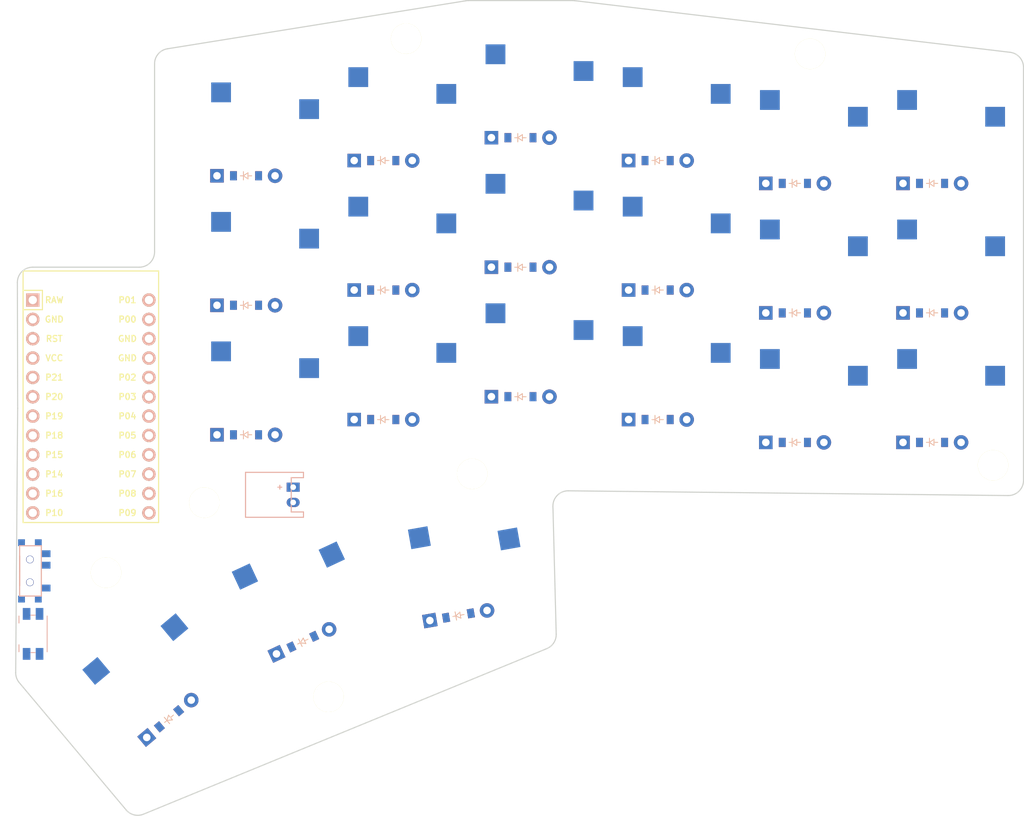
<source format=kicad_pcb>


(kicad_pcb (version 20171130) (host pcbnew 5.1.6)

  (page A3)
  (title_block
    (title "right")
    (rev "v1.0.0")
    (company "Unknown")
  )

  (general
    (thickness 1.6)
  )

  (layers
    (0 F.Cu signal)
    (31 B.Cu signal)
    (32 B.Adhes user)
    (33 F.Adhes user)
    (34 B.Paste user)
    (35 F.Paste user)
    (36 B.SilkS user)
    (37 F.SilkS user)
    (38 B.Mask user)
    (39 F.Mask user)
    (40 Dwgs.User user)
    (41 Cmts.User user)
    (42 Eco1.User user)
    (43 Eco2.User user)
    (44 Edge.Cuts user)
    (45 Margin user)
    (46 B.CrtYd user)
    (47 F.CrtYd user)
    (48 B.Fab user)
    (49 F.Fab user)
  )

  (setup
    (last_trace_width 0.25)
    (trace_clearance 0.2)
    (zone_clearance 0.508)
    (zone_45_only no)
    (trace_min 0.2)
    (via_size 0.8)
    (via_drill 0.4)
    (via_min_size 0.4)
    (via_min_drill 0.3)
    (uvia_size 0.3)
    (uvia_drill 0.1)
    (uvias_allowed no)
    (uvia_min_size 0.2)
    (uvia_min_drill 0.1)
    (edge_width 0.05)
    (segment_width 0.2)
    (pcb_text_width 0.3)
    (pcb_text_size 1.5 1.5)
    (mod_edge_width 0.12)
    (mod_text_size 1 1)
    (mod_text_width 0.15)
    (pad_size 1.524 1.524)
    (pad_drill 0.762)
    (pad_to_mask_clearance 0.05)
    (aux_axis_origin 0 0)
    (visible_elements FFFFFF7F)
    (pcbplotparams
      (layerselection 0x010fc_ffffffff)
      (usegerberextensions false)
      (usegerberattributes true)
      (usegerberadvancedattributes true)
      (creategerberjobfile true)
      (excludeedgelayer true)
      (linewidth 0.100000)
      (plotframeref false)
      (viasonmask false)
      (mode 1)
      (useauxorigin false)
      (hpglpennumber 1)
      (hpglpenspeed 20)
      (hpglpendiameter 15.000000)
      (psnegative false)
      (psa4output false)
      (plotreference true)
      (plotvalue true)
      (plotinvisibletext false)
      (padsonsilk false)
      (subtractmaskfromsilk false)
      (outputformat 1)
      (mirror false)
      (drillshape 1)
      (scaleselection 1)
      (outputdirectory ""))
  )

  (net 0 "")
(net 1 "P21")
(net 2 "mirror_outer_under")
(net 3 "mirror_outer_middle")
(net 4 "mirror_outer_upper")
(net 5 "P10")
(net 6 "mirror_pinky_under")
(net 7 "mirror_pinky_middle")
(net 8 "mirror_pinky_upper")
(net 9 "P16")
(net 10 "mirror_ring_under")
(net 11 "mirror_ring_middle")
(net 12 "mirror_ring_upper")
(net 13 "P14")
(net 14 "mirror_middle_under")
(net 15 "mirror_middle_middle")
(net 16 "mirror_middle_upper")
(net 17 "P19")
(net 18 "mirror_index_under")
(net 19 "mirror_index_middle")
(net 20 "mirror_index_upper")
(net 21 "P20")
(net 22 "mirror_inner_under")
(net 23 "mirror_inner_middle")
(net 24 "mirror_inner_upper")
(net 25 "mirror_left_row")
(net 26 "mirror_mid_row")
(net 27 "mirror_right_row")
(net 28 "P4")
(net 29 "P3")
(net 30 "P2")
(net 31 "P5")
(net 32 "RAW")
(net 33 "GND")
(net 34 "RST")
(net 35 "VCC")
(net 36 "P18")
(net 37 "P15")
(net 38 "P1")
(net 39 "P0")
(net 40 "P6")
(net 41 "P7")
(net 42 "P8")
(net 43 "P9")
(net 44 "pos")

  (net_class Default "This is the default net class."
    (clearance 0.2)
    (trace_width 0.25)
    (via_dia 0.8)
    (via_drill 0.4)
    (uvia_dia 0.3)
    (uvia_drill 0.1)
    (add_net "")
(add_net "P21")
(add_net "mirror_outer_under")
(add_net "mirror_outer_middle")
(add_net "mirror_outer_upper")
(add_net "P10")
(add_net "mirror_pinky_under")
(add_net "mirror_pinky_middle")
(add_net "mirror_pinky_upper")
(add_net "P16")
(add_net "mirror_ring_under")
(add_net "mirror_ring_middle")
(add_net "mirror_ring_upper")
(add_net "P14")
(add_net "mirror_middle_under")
(add_net "mirror_middle_middle")
(add_net "mirror_middle_upper")
(add_net "P19")
(add_net "mirror_index_under")
(add_net "mirror_index_middle")
(add_net "mirror_index_upper")
(add_net "P20")
(add_net "mirror_inner_under")
(add_net "mirror_inner_middle")
(add_net "mirror_inner_upper")
(add_net "mirror_left_row")
(add_net "mirror_mid_row")
(add_net "mirror_right_row")
(add_net "P4")
(add_net "P3")
(add_net "P2")
(add_net "P5")
(add_net "RAW")
(add_net "GND")
(add_net "RST")
(add_net "VCC")
(add_net "P18")
(add_net "P15")
(add_net "P1")
(add_net "P0")
(add_net "P6")
(add_net "P7")
(add_net "P8")
(add_net "P9")
(add_net "pos")
  )

  
        
      (module PG1350 (layer F.Cu) (tedit 5DD50112)
      (at 352 100 0)

      
      (fp_text reference "S1" (at 0 0) (layer F.SilkS) hide (effects (font (size 1.27 1.27) (thickness 0.15))))
      (fp_text value "" (at 0 0) (layer F.SilkS) hide (effects (font (size 1.27 1.27) (thickness 0.15))))

      
      (fp_line (start -7 -6) (end -7 -7) (layer Dwgs.User) (width 0.15))
      (fp_line (start -7 7) (end -6 7) (layer Dwgs.User) (width 0.15))
      (fp_line (start -6 -7) (end -7 -7) (layer Dwgs.User) (width 0.15))
      (fp_line (start -7 7) (end -7 6) (layer Dwgs.User) (width 0.15))
      (fp_line (start 7 6) (end 7 7) (layer Dwgs.User) (width 0.15))
      (fp_line (start 7 -7) (end 6 -7) (layer Dwgs.User) (width 0.15))
      (fp_line (start 6 7) (end 7 7) (layer Dwgs.User) (width 0.15))
      (fp_line (start 7 -7) (end 7 -6) (layer Dwgs.User) (width 0.15))      
      
      
      (pad "" np_thru_hole circle (at 0 0) (size 3.429 3.429) (drill 3.429) (layers *.Cu *.Mask))
        
      
      (pad "" np_thru_hole circle (at 5.5 0) (size 1.7018 1.7018) (drill 1.7018) (layers *.Cu *.Mask))
      (pad "" np_thru_hole circle (at -5.5 0) (size 1.7018 1.7018) (drill 1.7018) (layers *.Cu *.Mask))
      
        
      
      (fp_line (start -9 -8.5) (end 9 -8.5) (layer Dwgs.User) (width 0.15))
      (fp_line (start 9 -8.5) (end 9 8.5) (layer Dwgs.User) (width 0.15))
      (fp_line (start 9 8.5) (end -9 8.5) (layer Dwgs.User) (width 0.15))
      (fp_line (start -9 8.5) (end -9 -8.5) (layer Dwgs.User) (width 0.15))
      
        
          
          (pad "" np_thru_hole circle (at 5 -3.75) (size 3 3) (drill 3) (layers *.Cu *.Mask))
          (pad "" np_thru_hole circle (at 0 -5.95) (size 3 3) (drill 3) (layers *.Cu *.Mask))
      
          
          (pad 1 smd rect (at -3.275 -5.95 0) (size 2.6 2.6) (layers B.Cu B.Paste B.Mask)  (net 1 "P21"))
          (pad 2 smd rect (at 8.275 -3.75 0) (size 2.6 2.6) (layers B.Cu B.Paste B.Mask)  (net 2 "mirror_outer_under"))
        )
        

        
      (module PG1350 (layer F.Cu) (tedit 5DD50112)
      (at 352 83 0)

      
      (fp_text reference "S2" (at 0 0) (layer F.SilkS) hide (effects (font (size 1.27 1.27) (thickness 0.15))))
      (fp_text value "" (at 0 0) (layer F.SilkS) hide (effects (font (size 1.27 1.27) (thickness 0.15))))

      
      (fp_line (start -7 -6) (end -7 -7) (layer Dwgs.User) (width 0.15))
      (fp_line (start -7 7) (end -6 7) (layer Dwgs.User) (width 0.15))
      (fp_line (start -6 -7) (end -7 -7) (layer Dwgs.User) (width 0.15))
      (fp_line (start -7 7) (end -7 6) (layer Dwgs.User) (width 0.15))
      (fp_line (start 7 6) (end 7 7) (layer Dwgs.User) (width 0.15))
      (fp_line (start 7 -7) (end 6 -7) (layer Dwgs.User) (width 0.15))
      (fp_line (start 6 7) (end 7 7) (layer Dwgs.User) (width 0.15))
      (fp_line (start 7 -7) (end 7 -6) (layer Dwgs.User) (width 0.15))      
      
      
      (pad "" np_thru_hole circle (at 0 0) (size 3.429 3.429) (drill 3.429) (layers *.Cu *.Mask))
        
      
      (pad "" np_thru_hole circle (at 5.5 0) (size 1.7018 1.7018) (drill 1.7018) (layers *.Cu *.Mask))
      (pad "" np_thru_hole circle (at -5.5 0) (size 1.7018 1.7018) (drill 1.7018) (layers *.Cu *.Mask))
      
        
      
      (fp_line (start -9 -8.5) (end 9 -8.5) (layer Dwgs.User) (width 0.15))
      (fp_line (start 9 -8.5) (end 9 8.5) (layer Dwgs.User) (width 0.15))
      (fp_line (start 9 8.5) (end -9 8.5) (layer Dwgs.User) (width 0.15))
      (fp_line (start -9 8.5) (end -9 -8.5) (layer Dwgs.User) (width 0.15))
      
        
          
          (pad "" np_thru_hole circle (at 5 -3.75) (size 3 3) (drill 3) (layers *.Cu *.Mask))
          (pad "" np_thru_hole circle (at 0 -5.95) (size 3 3) (drill 3) (layers *.Cu *.Mask))
      
          
          (pad 1 smd rect (at -3.275 -5.95 0) (size 2.6 2.6) (layers B.Cu B.Paste B.Mask)  (net 1 "P21"))
          (pad 2 smd rect (at 8.275 -3.75 0) (size 2.6 2.6) (layers B.Cu B.Paste B.Mask)  (net 3 "mirror_outer_middle"))
        )
        

        
      (module PG1350 (layer F.Cu) (tedit 5DD50112)
      (at 352 66 0)

      
      (fp_text reference "S3" (at 0 0) (layer F.SilkS) hide (effects (font (size 1.27 1.27) (thickness 0.15))))
      (fp_text value "" (at 0 0) (layer F.SilkS) hide (effects (font (size 1.27 1.27) (thickness 0.15))))

      
      (fp_line (start -7 -6) (end -7 -7) (layer Dwgs.User) (width 0.15))
      (fp_line (start -7 7) (end -6 7) (layer Dwgs.User) (width 0.15))
      (fp_line (start -6 -7) (end -7 -7) (layer Dwgs.User) (width 0.15))
      (fp_line (start -7 7) (end -7 6) (layer Dwgs.User) (width 0.15))
      (fp_line (start 7 6) (end 7 7) (layer Dwgs.User) (width 0.15))
      (fp_line (start 7 -7) (end 6 -7) (layer Dwgs.User) (width 0.15))
      (fp_line (start 6 7) (end 7 7) (layer Dwgs.User) (width 0.15))
      (fp_line (start 7 -7) (end 7 -6) (layer Dwgs.User) (width 0.15))      
      
      
      (pad "" np_thru_hole circle (at 0 0) (size 3.429 3.429) (drill 3.429) (layers *.Cu *.Mask))
        
      
      (pad "" np_thru_hole circle (at 5.5 0) (size 1.7018 1.7018) (drill 1.7018) (layers *.Cu *.Mask))
      (pad "" np_thru_hole circle (at -5.5 0) (size 1.7018 1.7018) (drill 1.7018) (layers *.Cu *.Mask))
      
        
      
      (fp_line (start -9 -8.5) (end 9 -8.5) (layer Dwgs.User) (width 0.15))
      (fp_line (start 9 -8.5) (end 9 8.5) (layer Dwgs.User) (width 0.15))
      (fp_line (start 9 8.5) (end -9 8.5) (layer Dwgs.User) (width 0.15))
      (fp_line (start -9 8.5) (end -9 -8.5) (layer Dwgs.User) (width 0.15))
      
        
          
          (pad "" np_thru_hole circle (at 5 -3.75) (size 3 3) (drill 3) (layers *.Cu *.Mask))
          (pad "" np_thru_hole circle (at 0 -5.95) (size 3 3) (drill 3) (layers *.Cu *.Mask))
      
          
          (pad 1 smd rect (at -3.275 -5.95 0) (size 2.6 2.6) (layers B.Cu B.Paste B.Mask)  (net 1 "P21"))
          (pad 2 smd rect (at 8.275 -3.75 0) (size 2.6 2.6) (layers B.Cu B.Paste B.Mask)  (net 4 "mirror_outer_upper"))
        )
        

        
      (module PG1350 (layer F.Cu) (tedit 5DD50112)
      (at 334 100 0)

      
      (fp_text reference "S4" (at 0 0) (layer F.SilkS) hide (effects (font (size 1.27 1.27) (thickness 0.15))))
      (fp_text value "" (at 0 0) (layer F.SilkS) hide (effects (font (size 1.27 1.27) (thickness 0.15))))

      
      (fp_line (start -7 -6) (end -7 -7) (layer Dwgs.User) (width 0.15))
      (fp_line (start -7 7) (end -6 7) (layer Dwgs.User) (width 0.15))
      (fp_line (start -6 -7) (end -7 -7) (layer Dwgs.User) (width 0.15))
      (fp_line (start -7 7) (end -7 6) (layer Dwgs.User) (width 0.15))
      (fp_line (start 7 6) (end 7 7) (layer Dwgs.User) (width 0.15))
      (fp_line (start 7 -7) (end 6 -7) (layer Dwgs.User) (width 0.15))
      (fp_line (start 6 7) (end 7 7) (layer Dwgs.User) (width 0.15))
      (fp_line (start 7 -7) (end 7 -6) (layer Dwgs.User) (width 0.15))      
      
      
      (pad "" np_thru_hole circle (at 0 0) (size 3.429 3.429) (drill 3.429) (layers *.Cu *.Mask))
        
      
      (pad "" np_thru_hole circle (at 5.5 0) (size 1.7018 1.7018) (drill 1.7018) (layers *.Cu *.Mask))
      (pad "" np_thru_hole circle (at -5.5 0) (size 1.7018 1.7018) (drill 1.7018) (layers *.Cu *.Mask))
      
        
      
      (fp_line (start -9 -8.5) (end 9 -8.5) (layer Dwgs.User) (width 0.15))
      (fp_line (start 9 -8.5) (end 9 8.5) (layer Dwgs.User) (width 0.15))
      (fp_line (start 9 8.5) (end -9 8.5) (layer Dwgs.User) (width 0.15))
      (fp_line (start -9 8.5) (end -9 -8.5) (layer Dwgs.User) (width 0.15))
      
        
          
          (pad "" np_thru_hole circle (at 5 -3.75) (size 3 3) (drill 3) (layers *.Cu *.Mask))
          (pad "" np_thru_hole circle (at 0 -5.95) (size 3 3) (drill 3) (layers *.Cu *.Mask))
      
          
          (pad 1 smd rect (at -3.275 -5.95 0) (size 2.6 2.6) (layers B.Cu B.Paste B.Mask)  (net 5 "P10"))
          (pad 2 smd rect (at 8.275 -3.75 0) (size 2.6 2.6) (layers B.Cu B.Paste B.Mask)  (net 6 "mirror_pinky_under"))
        )
        

        
      (module PG1350 (layer F.Cu) (tedit 5DD50112)
      (at 334 83 0)

      
      (fp_text reference "S5" (at 0 0) (layer F.SilkS) hide (effects (font (size 1.27 1.27) (thickness 0.15))))
      (fp_text value "" (at 0 0) (layer F.SilkS) hide (effects (font (size 1.27 1.27) (thickness 0.15))))

      
      (fp_line (start -7 -6) (end -7 -7) (layer Dwgs.User) (width 0.15))
      (fp_line (start -7 7) (end -6 7) (layer Dwgs.User) (width 0.15))
      (fp_line (start -6 -7) (end -7 -7) (layer Dwgs.User) (width 0.15))
      (fp_line (start -7 7) (end -7 6) (layer Dwgs.User) (width 0.15))
      (fp_line (start 7 6) (end 7 7) (layer Dwgs.User) (width 0.15))
      (fp_line (start 7 -7) (end 6 -7) (layer Dwgs.User) (width 0.15))
      (fp_line (start 6 7) (end 7 7) (layer Dwgs.User) (width 0.15))
      (fp_line (start 7 -7) (end 7 -6) (layer Dwgs.User) (width 0.15))      
      
      
      (pad "" np_thru_hole circle (at 0 0) (size 3.429 3.429) (drill 3.429) (layers *.Cu *.Mask))
        
      
      (pad "" np_thru_hole circle (at 5.5 0) (size 1.7018 1.7018) (drill 1.7018) (layers *.Cu *.Mask))
      (pad "" np_thru_hole circle (at -5.5 0) (size 1.7018 1.7018) (drill 1.7018) (layers *.Cu *.Mask))
      
        
      
      (fp_line (start -9 -8.5) (end 9 -8.5) (layer Dwgs.User) (width 0.15))
      (fp_line (start 9 -8.5) (end 9 8.5) (layer Dwgs.User) (width 0.15))
      (fp_line (start 9 8.5) (end -9 8.5) (layer Dwgs.User) (width 0.15))
      (fp_line (start -9 8.5) (end -9 -8.5) (layer Dwgs.User) (width 0.15))
      
        
          
          (pad "" np_thru_hole circle (at 5 -3.75) (size 3 3) (drill 3) (layers *.Cu *.Mask))
          (pad "" np_thru_hole circle (at 0 -5.95) (size 3 3) (drill 3) (layers *.Cu *.Mask))
      
          
          (pad 1 smd rect (at -3.275 -5.95 0) (size 2.6 2.6) (layers B.Cu B.Paste B.Mask)  (net 5 "P10"))
          (pad 2 smd rect (at 8.275 -3.75 0) (size 2.6 2.6) (layers B.Cu B.Paste B.Mask)  (net 7 "mirror_pinky_middle"))
        )
        

        
      (module PG1350 (layer F.Cu) (tedit 5DD50112)
      (at 334 66 0)

      
      (fp_text reference "S6" (at 0 0) (layer F.SilkS) hide (effects (font (size 1.27 1.27) (thickness 0.15))))
      (fp_text value "" (at 0 0) (layer F.SilkS) hide (effects (font (size 1.27 1.27) (thickness 0.15))))

      
      (fp_line (start -7 -6) (end -7 -7) (layer Dwgs.User) (width 0.15))
      (fp_line (start -7 7) (end -6 7) (layer Dwgs.User) (width 0.15))
      (fp_line (start -6 -7) (end -7 -7) (layer Dwgs.User) (width 0.15))
      (fp_line (start -7 7) (end -7 6) (layer Dwgs.User) (width 0.15))
      (fp_line (start 7 6) (end 7 7) (layer Dwgs.User) (width 0.15))
      (fp_line (start 7 -7) (end 6 -7) (layer Dwgs.User) (width 0.15))
      (fp_line (start 6 7) (end 7 7) (layer Dwgs.User) (width 0.15))
      (fp_line (start 7 -7) (end 7 -6) (layer Dwgs.User) (width 0.15))      
      
      
      (pad "" np_thru_hole circle (at 0 0) (size 3.429 3.429) (drill 3.429) (layers *.Cu *.Mask))
        
      
      (pad "" np_thru_hole circle (at 5.5 0) (size 1.7018 1.7018) (drill 1.7018) (layers *.Cu *.Mask))
      (pad "" np_thru_hole circle (at -5.5 0) (size 1.7018 1.7018) (drill 1.7018) (layers *.Cu *.Mask))
      
        
      
      (fp_line (start -9 -8.5) (end 9 -8.5) (layer Dwgs.User) (width 0.15))
      (fp_line (start 9 -8.5) (end 9 8.5) (layer Dwgs.User) (width 0.15))
      (fp_line (start 9 8.5) (end -9 8.5) (layer Dwgs.User) (width 0.15))
      (fp_line (start -9 8.5) (end -9 -8.5) (layer Dwgs.User) (width 0.15))
      
        
          
          (pad "" np_thru_hole circle (at 5 -3.75) (size 3 3) (drill 3) (layers *.Cu *.Mask))
          (pad "" np_thru_hole circle (at 0 -5.95) (size 3 3) (drill 3) (layers *.Cu *.Mask))
      
          
          (pad 1 smd rect (at -3.275 -5.95 0) (size 2.6 2.6) (layers B.Cu B.Paste B.Mask)  (net 5 "P10"))
          (pad 2 smd rect (at 8.275 -3.75 0) (size 2.6 2.6) (layers B.Cu B.Paste B.Mask)  (net 8 "mirror_pinky_upper"))
        )
        

        
      (module PG1350 (layer F.Cu) (tedit 5DD50112)
      (at 316 97 0)

      
      (fp_text reference "S7" (at 0 0) (layer F.SilkS) hide (effects (font (size 1.27 1.27) (thickness 0.15))))
      (fp_text value "" (at 0 0) (layer F.SilkS) hide (effects (font (size 1.27 1.27) (thickness 0.15))))

      
      (fp_line (start -7 -6) (end -7 -7) (layer Dwgs.User) (width 0.15))
      (fp_line (start -7 7) (end -6 7) (layer Dwgs.User) (width 0.15))
      (fp_line (start -6 -7) (end -7 -7) (layer Dwgs.User) (width 0.15))
      (fp_line (start -7 7) (end -7 6) (layer Dwgs.User) (width 0.15))
      (fp_line (start 7 6) (end 7 7) (layer Dwgs.User) (width 0.15))
      (fp_line (start 7 -7) (end 6 -7) (layer Dwgs.User) (width 0.15))
      (fp_line (start 6 7) (end 7 7) (layer Dwgs.User) (width 0.15))
      (fp_line (start 7 -7) (end 7 -6) (layer Dwgs.User) (width 0.15))      
      
      
      (pad "" np_thru_hole circle (at 0 0) (size 3.429 3.429) (drill 3.429) (layers *.Cu *.Mask))
        
      
      (pad "" np_thru_hole circle (at 5.5 0) (size 1.7018 1.7018) (drill 1.7018) (layers *.Cu *.Mask))
      (pad "" np_thru_hole circle (at -5.5 0) (size 1.7018 1.7018) (drill 1.7018) (layers *.Cu *.Mask))
      
        
      
      (fp_line (start -9 -8.5) (end 9 -8.5) (layer Dwgs.User) (width 0.15))
      (fp_line (start 9 -8.5) (end 9 8.5) (layer Dwgs.User) (width 0.15))
      (fp_line (start 9 8.5) (end -9 8.5) (layer Dwgs.User) (width 0.15))
      (fp_line (start -9 8.5) (end -9 -8.5) (layer Dwgs.User) (width 0.15))
      
        
          
          (pad "" np_thru_hole circle (at 5 -3.75) (size 3 3) (drill 3) (layers *.Cu *.Mask))
          (pad "" np_thru_hole circle (at 0 -5.95) (size 3 3) (drill 3) (layers *.Cu *.Mask))
      
          
          (pad 1 smd rect (at -3.275 -5.95 0) (size 2.6 2.6) (layers B.Cu B.Paste B.Mask)  (net 9 "P16"))
          (pad 2 smd rect (at 8.275 -3.75 0) (size 2.6 2.6) (layers B.Cu B.Paste B.Mask)  (net 10 "mirror_ring_under"))
        )
        

        
      (module PG1350 (layer F.Cu) (tedit 5DD50112)
      (at 316 80 0)

      
      (fp_text reference "S8" (at 0 0) (layer F.SilkS) hide (effects (font (size 1.27 1.27) (thickness 0.15))))
      (fp_text value "" (at 0 0) (layer F.SilkS) hide (effects (font (size 1.27 1.27) (thickness 0.15))))

      
      (fp_line (start -7 -6) (end -7 -7) (layer Dwgs.User) (width 0.15))
      (fp_line (start -7 7) (end -6 7) (layer Dwgs.User) (width 0.15))
      (fp_line (start -6 -7) (end -7 -7) (layer Dwgs.User) (width 0.15))
      (fp_line (start -7 7) (end -7 6) (layer Dwgs.User) (width 0.15))
      (fp_line (start 7 6) (end 7 7) (layer Dwgs.User) (width 0.15))
      (fp_line (start 7 -7) (end 6 -7) (layer Dwgs.User) (width 0.15))
      (fp_line (start 6 7) (end 7 7) (layer Dwgs.User) (width 0.15))
      (fp_line (start 7 -7) (end 7 -6) (layer Dwgs.User) (width 0.15))      
      
      
      (pad "" np_thru_hole circle (at 0 0) (size 3.429 3.429) (drill 3.429) (layers *.Cu *.Mask))
        
      
      (pad "" np_thru_hole circle (at 5.5 0) (size 1.7018 1.7018) (drill 1.7018) (layers *.Cu *.Mask))
      (pad "" np_thru_hole circle (at -5.5 0) (size 1.7018 1.7018) (drill 1.7018) (layers *.Cu *.Mask))
      
        
      
      (fp_line (start -9 -8.5) (end 9 -8.5) (layer Dwgs.User) (width 0.15))
      (fp_line (start 9 -8.5) (end 9 8.5) (layer Dwgs.User) (width 0.15))
      (fp_line (start 9 8.5) (end -9 8.5) (layer Dwgs.User) (width 0.15))
      (fp_line (start -9 8.5) (end -9 -8.5) (layer Dwgs.User) (width 0.15))
      
        
          
          (pad "" np_thru_hole circle (at 5 -3.75) (size 3 3) (drill 3) (layers *.Cu *.Mask))
          (pad "" np_thru_hole circle (at 0 -5.95) (size 3 3) (drill 3) (layers *.Cu *.Mask))
      
          
          (pad 1 smd rect (at -3.275 -5.95 0) (size 2.6 2.6) (layers B.Cu B.Paste B.Mask)  (net 9 "P16"))
          (pad 2 smd rect (at 8.275 -3.75 0) (size 2.6 2.6) (layers B.Cu B.Paste B.Mask)  (net 11 "mirror_ring_middle"))
        )
        

        
      (module PG1350 (layer F.Cu) (tedit 5DD50112)
      (at 316 63 0)

      
      (fp_text reference "S9" (at 0 0) (layer F.SilkS) hide (effects (font (size 1.27 1.27) (thickness 0.15))))
      (fp_text value "" (at 0 0) (layer F.SilkS) hide (effects (font (size 1.27 1.27) (thickness 0.15))))

      
      (fp_line (start -7 -6) (end -7 -7) (layer Dwgs.User) (width 0.15))
      (fp_line (start -7 7) (end -6 7) (layer Dwgs.User) (width 0.15))
      (fp_line (start -6 -7) (end -7 -7) (layer Dwgs.User) (width 0.15))
      (fp_line (start -7 7) (end -7 6) (layer Dwgs.User) (width 0.15))
      (fp_line (start 7 6) (end 7 7) (layer Dwgs.User) (width 0.15))
      (fp_line (start 7 -7) (end 6 -7) (layer Dwgs.User) (width 0.15))
      (fp_line (start 6 7) (end 7 7) (layer Dwgs.User) (width 0.15))
      (fp_line (start 7 -7) (end 7 -6) (layer Dwgs.User) (width 0.15))      
      
      
      (pad "" np_thru_hole circle (at 0 0) (size 3.429 3.429) (drill 3.429) (layers *.Cu *.Mask))
        
      
      (pad "" np_thru_hole circle (at 5.5 0) (size 1.7018 1.7018) (drill 1.7018) (layers *.Cu *.Mask))
      (pad "" np_thru_hole circle (at -5.5 0) (size 1.7018 1.7018) (drill 1.7018) (layers *.Cu *.Mask))
      
        
      
      (fp_line (start -9 -8.5) (end 9 -8.5) (layer Dwgs.User) (width 0.15))
      (fp_line (start 9 -8.5) (end 9 8.5) (layer Dwgs.User) (width 0.15))
      (fp_line (start 9 8.5) (end -9 8.5) (layer Dwgs.User) (width 0.15))
      (fp_line (start -9 8.5) (end -9 -8.5) (layer Dwgs.User) (width 0.15))
      
        
          
          (pad "" np_thru_hole circle (at 5 -3.75) (size 3 3) (drill 3) (layers *.Cu *.Mask))
          (pad "" np_thru_hole circle (at 0 -5.95) (size 3 3) (drill 3) (layers *.Cu *.Mask))
      
          
          (pad 1 smd rect (at -3.275 -5.95 0) (size 2.6 2.6) (layers B.Cu B.Paste B.Mask)  (net 9 "P16"))
          (pad 2 smd rect (at 8.275 -3.75 0) (size 2.6 2.6) (layers B.Cu B.Paste B.Mask)  (net 12 "mirror_ring_upper"))
        )
        

        
      (module PG1350 (layer F.Cu) (tedit 5DD50112)
      (at 298 94 0)

      
      (fp_text reference "S10" (at 0 0) (layer F.SilkS) hide (effects (font (size 1.27 1.27) (thickness 0.15))))
      (fp_text value "" (at 0 0) (layer F.SilkS) hide (effects (font (size 1.27 1.27) (thickness 0.15))))

      
      (fp_line (start -7 -6) (end -7 -7) (layer Dwgs.User) (width 0.15))
      (fp_line (start -7 7) (end -6 7) (layer Dwgs.User) (width 0.15))
      (fp_line (start -6 -7) (end -7 -7) (layer Dwgs.User) (width 0.15))
      (fp_line (start -7 7) (end -7 6) (layer Dwgs.User) (width 0.15))
      (fp_line (start 7 6) (end 7 7) (layer Dwgs.User) (width 0.15))
      (fp_line (start 7 -7) (end 6 -7) (layer Dwgs.User) (width 0.15))
      (fp_line (start 6 7) (end 7 7) (layer Dwgs.User) (width 0.15))
      (fp_line (start 7 -7) (end 7 -6) (layer Dwgs.User) (width 0.15))      
      
      
      (pad "" np_thru_hole circle (at 0 0) (size 3.429 3.429) (drill 3.429) (layers *.Cu *.Mask))
        
      
      (pad "" np_thru_hole circle (at 5.5 0) (size 1.7018 1.7018) (drill 1.7018) (layers *.Cu *.Mask))
      (pad "" np_thru_hole circle (at -5.5 0) (size 1.7018 1.7018) (drill 1.7018) (layers *.Cu *.Mask))
      
        
      
      (fp_line (start -9 -8.5) (end 9 -8.5) (layer Dwgs.User) (width 0.15))
      (fp_line (start 9 -8.5) (end 9 8.5) (layer Dwgs.User) (width 0.15))
      (fp_line (start 9 8.5) (end -9 8.5) (layer Dwgs.User) (width 0.15))
      (fp_line (start -9 8.5) (end -9 -8.5) (layer Dwgs.User) (width 0.15))
      
        
          
          (pad "" np_thru_hole circle (at 5 -3.75) (size 3 3) (drill 3) (layers *.Cu *.Mask))
          (pad "" np_thru_hole circle (at 0 -5.95) (size 3 3) (drill 3) (layers *.Cu *.Mask))
      
          
          (pad 1 smd rect (at -3.275 -5.95 0) (size 2.6 2.6) (layers B.Cu B.Paste B.Mask)  (net 13 "P14"))
          (pad 2 smd rect (at 8.275 -3.75 0) (size 2.6 2.6) (layers B.Cu B.Paste B.Mask)  (net 14 "mirror_middle_under"))
        )
        

        
      (module PG1350 (layer F.Cu) (tedit 5DD50112)
      (at 298 77 0)

      
      (fp_text reference "S11" (at 0 0) (layer F.SilkS) hide (effects (font (size 1.27 1.27) (thickness 0.15))))
      (fp_text value "" (at 0 0) (layer F.SilkS) hide (effects (font (size 1.27 1.27) (thickness 0.15))))

      
      (fp_line (start -7 -6) (end -7 -7) (layer Dwgs.User) (width 0.15))
      (fp_line (start -7 7) (end -6 7) (layer Dwgs.User) (width 0.15))
      (fp_line (start -6 -7) (end -7 -7) (layer Dwgs.User) (width 0.15))
      (fp_line (start -7 7) (end -7 6) (layer Dwgs.User) (width 0.15))
      (fp_line (start 7 6) (end 7 7) (layer Dwgs.User) (width 0.15))
      (fp_line (start 7 -7) (end 6 -7) (layer Dwgs.User) (width 0.15))
      (fp_line (start 6 7) (end 7 7) (layer Dwgs.User) (width 0.15))
      (fp_line (start 7 -7) (end 7 -6) (layer Dwgs.User) (width 0.15))      
      
      
      (pad "" np_thru_hole circle (at 0 0) (size 3.429 3.429) (drill 3.429) (layers *.Cu *.Mask))
        
      
      (pad "" np_thru_hole circle (at 5.5 0) (size 1.7018 1.7018) (drill 1.7018) (layers *.Cu *.Mask))
      (pad "" np_thru_hole circle (at -5.5 0) (size 1.7018 1.7018) (drill 1.7018) (layers *.Cu *.Mask))
      
        
      
      (fp_line (start -9 -8.5) (end 9 -8.5) (layer Dwgs.User) (width 0.15))
      (fp_line (start 9 -8.5) (end 9 8.5) (layer Dwgs.User) (width 0.15))
      (fp_line (start 9 8.5) (end -9 8.5) (layer Dwgs.User) (width 0.15))
      (fp_line (start -9 8.5) (end -9 -8.5) (layer Dwgs.User) (width 0.15))
      
        
          
          (pad "" np_thru_hole circle (at 5 -3.75) (size 3 3) (drill 3) (layers *.Cu *.Mask))
          (pad "" np_thru_hole circle (at 0 -5.95) (size 3 3) (drill 3) (layers *.Cu *.Mask))
      
          
          (pad 1 smd rect (at -3.275 -5.95 0) (size 2.6 2.6) (layers B.Cu B.Paste B.Mask)  (net 13 "P14"))
          (pad 2 smd rect (at 8.275 -3.75 0) (size 2.6 2.6) (layers B.Cu B.Paste B.Mask)  (net 15 "mirror_middle_middle"))
        )
        

        
      (module PG1350 (layer F.Cu) (tedit 5DD50112)
      (at 298 60 0)

      
      (fp_text reference "S12" (at 0 0) (layer F.SilkS) hide (effects (font (size 1.27 1.27) (thickness 0.15))))
      (fp_text value "" (at 0 0) (layer F.SilkS) hide (effects (font (size 1.27 1.27) (thickness 0.15))))

      
      (fp_line (start -7 -6) (end -7 -7) (layer Dwgs.User) (width 0.15))
      (fp_line (start -7 7) (end -6 7) (layer Dwgs.User) (width 0.15))
      (fp_line (start -6 -7) (end -7 -7) (layer Dwgs.User) (width 0.15))
      (fp_line (start -7 7) (end -7 6) (layer Dwgs.User) (width 0.15))
      (fp_line (start 7 6) (end 7 7) (layer Dwgs.User) (width 0.15))
      (fp_line (start 7 -7) (end 6 -7) (layer Dwgs.User) (width 0.15))
      (fp_line (start 6 7) (end 7 7) (layer Dwgs.User) (width 0.15))
      (fp_line (start 7 -7) (end 7 -6) (layer Dwgs.User) (width 0.15))      
      
      
      (pad "" np_thru_hole circle (at 0 0) (size 3.429 3.429) (drill 3.429) (layers *.Cu *.Mask))
        
      
      (pad "" np_thru_hole circle (at 5.5 0) (size 1.7018 1.7018) (drill 1.7018) (layers *.Cu *.Mask))
      (pad "" np_thru_hole circle (at -5.5 0) (size 1.7018 1.7018) (drill 1.7018) (layers *.Cu *.Mask))
      
        
      
      (fp_line (start -9 -8.5) (end 9 -8.5) (layer Dwgs.User) (width 0.15))
      (fp_line (start 9 -8.5) (end 9 8.5) (layer Dwgs.User) (width 0.15))
      (fp_line (start 9 8.5) (end -9 8.5) (layer Dwgs.User) (width 0.15))
      (fp_line (start -9 8.5) (end -9 -8.5) (layer Dwgs.User) (width 0.15))
      
        
          
          (pad "" np_thru_hole circle (at 5 -3.75) (size 3 3) (drill 3) (layers *.Cu *.Mask))
          (pad "" np_thru_hole circle (at 0 -5.95) (size 3 3) (drill 3) (layers *.Cu *.Mask))
      
          
          (pad 1 smd rect (at -3.275 -5.95 0) (size 2.6 2.6) (layers B.Cu B.Paste B.Mask)  (net 13 "P14"))
          (pad 2 smd rect (at 8.275 -3.75 0) (size 2.6 2.6) (layers B.Cu B.Paste B.Mask)  (net 16 "mirror_middle_upper"))
        )
        

        
      (module PG1350 (layer F.Cu) (tedit 5DD50112)
      (at 280 97 0)

      
      (fp_text reference "S13" (at 0 0) (layer F.SilkS) hide (effects (font (size 1.27 1.27) (thickness 0.15))))
      (fp_text value "" (at 0 0) (layer F.SilkS) hide (effects (font (size 1.27 1.27) (thickness 0.15))))

      
      (fp_line (start -7 -6) (end -7 -7) (layer Dwgs.User) (width 0.15))
      (fp_line (start -7 7) (end -6 7) (layer Dwgs.User) (width 0.15))
      (fp_line (start -6 -7) (end -7 -7) (layer Dwgs.User) (width 0.15))
      (fp_line (start -7 7) (end -7 6) (layer Dwgs.User) (width 0.15))
      (fp_line (start 7 6) (end 7 7) (layer Dwgs.User) (width 0.15))
      (fp_line (start 7 -7) (end 6 -7) (layer Dwgs.User) (width 0.15))
      (fp_line (start 6 7) (end 7 7) (layer Dwgs.User) (width 0.15))
      (fp_line (start 7 -7) (end 7 -6) (layer Dwgs.User) (width 0.15))      
      
      
      (pad "" np_thru_hole circle (at 0 0) (size 3.429 3.429) (drill 3.429) (layers *.Cu *.Mask))
        
      
      (pad "" np_thru_hole circle (at 5.5 0) (size 1.7018 1.7018) (drill 1.7018) (layers *.Cu *.Mask))
      (pad "" np_thru_hole circle (at -5.5 0) (size 1.7018 1.7018) (drill 1.7018) (layers *.Cu *.Mask))
      
        
      
      (fp_line (start -9 -8.5) (end 9 -8.5) (layer Dwgs.User) (width 0.15))
      (fp_line (start 9 -8.5) (end 9 8.5) (layer Dwgs.User) (width 0.15))
      (fp_line (start 9 8.5) (end -9 8.5) (layer Dwgs.User) (width 0.15))
      (fp_line (start -9 8.5) (end -9 -8.5) (layer Dwgs.User) (width 0.15))
      
        
          
          (pad "" np_thru_hole circle (at 5 -3.75) (size 3 3) (drill 3) (layers *.Cu *.Mask))
          (pad "" np_thru_hole circle (at 0 -5.95) (size 3 3) (drill 3) (layers *.Cu *.Mask))
      
          
          (pad 1 smd rect (at -3.275 -5.95 0) (size 2.6 2.6) (layers B.Cu B.Paste B.Mask)  (net 17 "P19"))
          (pad 2 smd rect (at 8.275 -3.75 0) (size 2.6 2.6) (layers B.Cu B.Paste B.Mask)  (net 18 "mirror_index_under"))
        )
        

        
      (module PG1350 (layer F.Cu) (tedit 5DD50112)
      (at 280 80 0)

      
      (fp_text reference "S14" (at 0 0) (layer F.SilkS) hide (effects (font (size 1.27 1.27) (thickness 0.15))))
      (fp_text value "" (at 0 0) (layer F.SilkS) hide (effects (font (size 1.27 1.27) (thickness 0.15))))

      
      (fp_line (start -7 -6) (end -7 -7) (layer Dwgs.User) (width 0.15))
      (fp_line (start -7 7) (end -6 7) (layer Dwgs.User) (width 0.15))
      (fp_line (start -6 -7) (end -7 -7) (layer Dwgs.User) (width 0.15))
      (fp_line (start -7 7) (end -7 6) (layer Dwgs.User) (width 0.15))
      (fp_line (start 7 6) (end 7 7) (layer Dwgs.User) (width 0.15))
      (fp_line (start 7 -7) (end 6 -7) (layer Dwgs.User) (width 0.15))
      (fp_line (start 6 7) (end 7 7) (layer Dwgs.User) (width 0.15))
      (fp_line (start 7 -7) (end 7 -6) (layer Dwgs.User) (width 0.15))      
      
      
      (pad "" np_thru_hole circle (at 0 0) (size 3.429 3.429) (drill 3.429) (layers *.Cu *.Mask))
        
      
      (pad "" np_thru_hole circle (at 5.5 0) (size 1.7018 1.7018) (drill 1.7018) (layers *.Cu *.Mask))
      (pad "" np_thru_hole circle (at -5.5 0) (size 1.7018 1.7018) (drill 1.7018) (layers *.Cu *.Mask))
      
        
      
      (fp_line (start -9 -8.5) (end 9 -8.5) (layer Dwgs.User) (width 0.15))
      (fp_line (start 9 -8.5) (end 9 8.5) (layer Dwgs.User) (width 0.15))
      (fp_line (start 9 8.5) (end -9 8.5) (layer Dwgs.User) (width 0.15))
      (fp_line (start -9 8.5) (end -9 -8.5) (layer Dwgs.User) (width 0.15))
      
        
          
          (pad "" np_thru_hole circle (at 5 -3.75) (size 3 3) (drill 3) (layers *.Cu *.Mask))
          (pad "" np_thru_hole circle (at 0 -5.95) (size 3 3) (drill 3) (layers *.Cu *.Mask))
      
          
          (pad 1 smd rect (at -3.275 -5.95 0) (size 2.6 2.6) (layers B.Cu B.Paste B.Mask)  (net 17 "P19"))
          (pad 2 smd rect (at 8.275 -3.75 0) (size 2.6 2.6) (layers B.Cu B.Paste B.Mask)  (net 19 "mirror_index_middle"))
        )
        

        
      (module PG1350 (layer F.Cu) (tedit 5DD50112)
      (at 280 63 0)

      
      (fp_text reference "S15" (at 0 0) (layer F.SilkS) hide (effects (font (size 1.27 1.27) (thickness 0.15))))
      (fp_text value "" (at 0 0) (layer F.SilkS) hide (effects (font (size 1.27 1.27) (thickness 0.15))))

      
      (fp_line (start -7 -6) (end -7 -7) (layer Dwgs.User) (width 0.15))
      (fp_line (start -7 7) (end -6 7) (layer Dwgs.User) (width 0.15))
      (fp_line (start -6 -7) (end -7 -7) (layer Dwgs.User) (width 0.15))
      (fp_line (start -7 7) (end -7 6) (layer Dwgs.User) (width 0.15))
      (fp_line (start 7 6) (end 7 7) (layer Dwgs.User) (width 0.15))
      (fp_line (start 7 -7) (end 6 -7) (layer Dwgs.User) (width 0.15))
      (fp_line (start 6 7) (end 7 7) (layer Dwgs.User) (width 0.15))
      (fp_line (start 7 -7) (end 7 -6) (layer Dwgs.User) (width 0.15))      
      
      
      (pad "" np_thru_hole circle (at 0 0) (size 3.429 3.429) (drill 3.429) (layers *.Cu *.Mask))
        
      
      (pad "" np_thru_hole circle (at 5.5 0) (size 1.7018 1.7018) (drill 1.7018) (layers *.Cu *.Mask))
      (pad "" np_thru_hole circle (at -5.5 0) (size 1.7018 1.7018) (drill 1.7018) (layers *.Cu *.Mask))
      
        
      
      (fp_line (start -9 -8.5) (end 9 -8.5) (layer Dwgs.User) (width 0.15))
      (fp_line (start 9 -8.5) (end 9 8.5) (layer Dwgs.User) (width 0.15))
      (fp_line (start 9 8.5) (end -9 8.5) (layer Dwgs.User) (width 0.15))
      (fp_line (start -9 8.5) (end -9 -8.5) (layer Dwgs.User) (width 0.15))
      
        
          
          (pad "" np_thru_hole circle (at 5 -3.75) (size 3 3) (drill 3) (layers *.Cu *.Mask))
          (pad "" np_thru_hole circle (at 0 -5.95) (size 3 3) (drill 3) (layers *.Cu *.Mask))
      
          
          (pad 1 smd rect (at -3.275 -5.95 0) (size 2.6 2.6) (layers B.Cu B.Paste B.Mask)  (net 17 "P19"))
          (pad 2 smd rect (at 8.275 -3.75 0) (size 2.6 2.6) (layers B.Cu B.Paste B.Mask)  (net 20 "mirror_index_upper"))
        )
        

        
      (module PG1350 (layer F.Cu) (tedit 5DD50112)
      (at 262 99 0)

      
      (fp_text reference "S16" (at 0 0) (layer F.SilkS) hide (effects (font (size 1.27 1.27) (thickness 0.15))))
      (fp_text value "" (at 0 0) (layer F.SilkS) hide (effects (font (size 1.27 1.27) (thickness 0.15))))

      
      (fp_line (start -7 -6) (end -7 -7) (layer Dwgs.User) (width 0.15))
      (fp_line (start -7 7) (end -6 7) (layer Dwgs.User) (width 0.15))
      (fp_line (start -6 -7) (end -7 -7) (layer Dwgs.User) (width 0.15))
      (fp_line (start -7 7) (end -7 6) (layer Dwgs.User) (width 0.15))
      (fp_line (start 7 6) (end 7 7) (layer Dwgs.User) (width 0.15))
      (fp_line (start 7 -7) (end 6 -7) (layer Dwgs.User) (width 0.15))
      (fp_line (start 6 7) (end 7 7) (layer Dwgs.User) (width 0.15))
      (fp_line (start 7 -7) (end 7 -6) (layer Dwgs.User) (width 0.15))      
      
      
      (pad "" np_thru_hole circle (at 0 0) (size 3.429 3.429) (drill 3.429) (layers *.Cu *.Mask))
        
      
      (pad "" np_thru_hole circle (at 5.5 0) (size 1.7018 1.7018) (drill 1.7018) (layers *.Cu *.Mask))
      (pad "" np_thru_hole circle (at -5.5 0) (size 1.7018 1.7018) (drill 1.7018) (layers *.Cu *.Mask))
      
        
      
      (fp_line (start -9 -8.5) (end 9 -8.5) (layer Dwgs.User) (width 0.15))
      (fp_line (start 9 -8.5) (end 9 8.5) (layer Dwgs.User) (width 0.15))
      (fp_line (start 9 8.5) (end -9 8.5) (layer Dwgs.User) (width 0.15))
      (fp_line (start -9 8.5) (end -9 -8.5) (layer Dwgs.User) (width 0.15))
      
        
          
          (pad "" np_thru_hole circle (at 5 -3.75) (size 3 3) (drill 3) (layers *.Cu *.Mask))
          (pad "" np_thru_hole circle (at 0 -5.95) (size 3 3) (drill 3) (layers *.Cu *.Mask))
      
          
          (pad 1 smd rect (at -3.275 -5.95 0) (size 2.6 2.6) (layers B.Cu B.Paste B.Mask)  (net 21 "P20"))
          (pad 2 smd rect (at 8.275 -3.75 0) (size 2.6 2.6) (layers B.Cu B.Paste B.Mask)  (net 22 "mirror_inner_under"))
        )
        

        
      (module PG1350 (layer F.Cu) (tedit 5DD50112)
      (at 262 82 0)

      
      (fp_text reference "S17" (at 0 0) (layer F.SilkS) hide (effects (font (size 1.27 1.27) (thickness 0.15))))
      (fp_text value "" (at 0 0) (layer F.SilkS) hide (effects (font (size 1.27 1.27) (thickness 0.15))))

      
      (fp_line (start -7 -6) (end -7 -7) (layer Dwgs.User) (width 0.15))
      (fp_line (start -7 7) (end -6 7) (layer Dwgs.User) (width 0.15))
      (fp_line (start -6 -7) (end -7 -7) (layer Dwgs.User) (width 0.15))
      (fp_line (start -7 7) (end -7 6) (layer Dwgs.User) (width 0.15))
      (fp_line (start 7 6) (end 7 7) (layer Dwgs.User) (width 0.15))
      (fp_line (start 7 -7) (end 6 -7) (layer Dwgs.User) (width 0.15))
      (fp_line (start 6 7) (end 7 7) (layer Dwgs.User) (width 0.15))
      (fp_line (start 7 -7) (end 7 -6) (layer Dwgs.User) (width 0.15))      
      
      
      (pad "" np_thru_hole circle (at 0 0) (size 3.429 3.429) (drill 3.429) (layers *.Cu *.Mask))
        
      
      (pad "" np_thru_hole circle (at 5.5 0) (size 1.7018 1.7018) (drill 1.7018) (layers *.Cu *.Mask))
      (pad "" np_thru_hole circle (at -5.5 0) (size 1.7018 1.7018) (drill 1.7018) (layers *.Cu *.Mask))
      
        
      
      (fp_line (start -9 -8.5) (end 9 -8.5) (layer Dwgs.User) (width 0.15))
      (fp_line (start 9 -8.5) (end 9 8.5) (layer Dwgs.User) (width 0.15))
      (fp_line (start 9 8.5) (end -9 8.5) (layer Dwgs.User) (width 0.15))
      (fp_line (start -9 8.5) (end -9 -8.5) (layer Dwgs.User) (width 0.15))
      
        
          
          (pad "" np_thru_hole circle (at 5 -3.75) (size 3 3) (drill 3) (layers *.Cu *.Mask))
          (pad "" np_thru_hole circle (at 0 -5.95) (size 3 3) (drill 3) (layers *.Cu *.Mask))
      
          
          (pad 1 smd rect (at -3.275 -5.95 0) (size 2.6 2.6) (layers B.Cu B.Paste B.Mask)  (net 21 "P20"))
          (pad 2 smd rect (at 8.275 -3.75 0) (size 2.6 2.6) (layers B.Cu B.Paste B.Mask)  (net 23 "mirror_inner_middle"))
        )
        

        
      (module PG1350 (layer F.Cu) (tedit 5DD50112)
      (at 262 65 0)

      
      (fp_text reference "S18" (at 0 0) (layer F.SilkS) hide (effects (font (size 1.27 1.27) (thickness 0.15))))
      (fp_text value "" (at 0 0) (layer F.SilkS) hide (effects (font (size 1.27 1.27) (thickness 0.15))))

      
      (fp_line (start -7 -6) (end -7 -7) (layer Dwgs.User) (width 0.15))
      (fp_line (start -7 7) (end -6 7) (layer Dwgs.User) (width 0.15))
      (fp_line (start -6 -7) (end -7 -7) (layer Dwgs.User) (width 0.15))
      (fp_line (start -7 7) (end -7 6) (layer Dwgs.User) (width 0.15))
      (fp_line (start 7 6) (end 7 7) (layer Dwgs.User) (width 0.15))
      (fp_line (start 7 -7) (end 6 -7) (layer Dwgs.User) (width 0.15))
      (fp_line (start 6 7) (end 7 7) (layer Dwgs.User) (width 0.15))
      (fp_line (start 7 -7) (end 7 -6) (layer Dwgs.User) (width 0.15))      
      
      
      (pad "" np_thru_hole circle (at 0 0) (size 3.429 3.429) (drill 3.429) (layers *.Cu *.Mask))
        
      
      (pad "" np_thru_hole circle (at 5.5 0) (size 1.7018 1.7018) (drill 1.7018) (layers *.Cu *.Mask))
      (pad "" np_thru_hole circle (at -5.5 0) (size 1.7018 1.7018) (drill 1.7018) (layers *.Cu *.Mask))
      
        
      
      (fp_line (start -9 -8.5) (end 9 -8.5) (layer Dwgs.User) (width 0.15))
      (fp_line (start 9 -8.5) (end 9 8.5) (layer Dwgs.User) (width 0.15))
      (fp_line (start 9 8.5) (end -9 8.5) (layer Dwgs.User) (width 0.15))
      (fp_line (start -9 8.5) (end -9 -8.5) (layer Dwgs.User) (width 0.15))
      
        
          
          (pad "" np_thru_hole circle (at 5 -3.75) (size 3 3) (drill 3) (layers *.Cu *.Mask))
          (pad "" np_thru_hole circle (at 0 -5.95) (size 3 3) (drill 3) (layers *.Cu *.Mask))
      
          
          (pad 1 smd rect (at -3.275 -5.95 0) (size 2.6 2.6) (layers B.Cu B.Paste B.Mask)  (net 21 "P20"))
          (pad 2 smd rect (at 8.275 -3.75 0) (size 2.6 2.6) (layers B.Cu B.Paste B.Mask)  (net 24 "mirror_inner_upper"))
        )
        

        
      (module PG1350 (layer F.Cu) (tedit 5DD50112)
      (at 289 122.8 10)

      
      (fp_text reference "S19" (at 0 0) (layer F.SilkS) hide (effects (font (size 1.27 1.27) (thickness 0.15))))
      (fp_text value "" (at 0 0) (layer F.SilkS) hide (effects (font (size 1.27 1.27) (thickness 0.15))))

      
      (fp_line (start -7 -6) (end -7 -7) (layer Dwgs.User) (width 0.15))
      (fp_line (start -7 7) (end -6 7) (layer Dwgs.User) (width 0.15))
      (fp_line (start -6 -7) (end -7 -7) (layer Dwgs.User) (width 0.15))
      (fp_line (start -7 7) (end -7 6) (layer Dwgs.User) (width 0.15))
      (fp_line (start 7 6) (end 7 7) (layer Dwgs.User) (width 0.15))
      (fp_line (start 7 -7) (end 6 -7) (layer Dwgs.User) (width 0.15))
      (fp_line (start 6 7) (end 7 7) (layer Dwgs.User) (width 0.15))
      (fp_line (start 7 -7) (end 7 -6) (layer Dwgs.User) (width 0.15))      
      
      
      (pad "" np_thru_hole circle (at 0 0) (size 3.429 3.429) (drill 3.429) (layers *.Cu *.Mask))
        
      
      (pad "" np_thru_hole circle (at 5.5 0) (size 1.7018 1.7018) (drill 1.7018) (layers *.Cu *.Mask))
      (pad "" np_thru_hole circle (at -5.5 0) (size 1.7018 1.7018) (drill 1.7018) (layers *.Cu *.Mask))
      
        
      
      (fp_line (start -9 -8.5) (end 9 -8.5) (layer Dwgs.User) (width 0.15))
      (fp_line (start 9 -8.5) (end 9 8.5) (layer Dwgs.User) (width 0.15))
      (fp_line (start 9 8.5) (end -9 8.5) (layer Dwgs.User) (width 0.15))
      (fp_line (start -9 8.5) (end -9 -8.5) (layer Dwgs.User) (width 0.15))
      
        
          
          (pad "" np_thru_hole circle (at 5 -3.75) (size 3 3) (drill 3) (layers *.Cu *.Mask))
          (pad "" np_thru_hole circle (at 0 -5.95) (size 3 3) (drill 3) (layers *.Cu *.Mask))
      
          
          (pad 1 smd rect (at -3.275 -5.95 10) (size 2.6 2.6) (layers B.Cu B.Paste B.Mask)  (net 5 "P10"))
          (pad 2 smd rect (at 8.275 -3.75 10) (size 2.6 2.6) (layers B.Cu B.Paste B.Mask)  (net 25 "mirror_left_row"))
        )
        

        
      (module PG1350 (layer F.Cu) (tedit 5DD50112)
      (at 267.3342294 126.6202599 25)

      
      (fp_text reference "S20" (at 0 0) (layer F.SilkS) hide (effects (font (size 1.27 1.27) (thickness 0.15))))
      (fp_text value "" (at 0 0) (layer F.SilkS) hide (effects (font (size 1.27 1.27) (thickness 0.15))))

      
      (fp_line (start -7 -6) (end -7 -7) (layer Dwgs.User) (width 0.15))
      (fp_line (start -7 7) (end -6 7) (layer Dwgs.User) (width 0.15))
      (fp_line (start -6 -7) (end -7 -7) (layer Dwgs.User) (width 0.15))
      (fp_line (start -7 7) (end -7 6) (layer Dwgs.User) (width 0.15))
      (fp_line (start 7 6) (end 7 7) (layer Dwgs.User) (width 0.15))
      (fp_line (start 7 -7) (end 6 -7) (layer Dwgs.User) (width 0.15))
      (fp_line (start 6 7) (end 7 7) (layer Dwgs.User) (width 0.15))
      (fp_line (start 7 -7) (end 7 -6) (layer Dwgs.User) (width 0.15))      
      
      
      (pad "" np_thru_hole circle (at 0 0) (size 3.429 3.429) (drill 3.429) (layers *.Cu *.Mask))
        
      
      (pad "" np_thru_hole circle (at 5.5 0) (size 1.7018 1.7018) (drill 1.7018) (layers *.Cu *.Mask))
      (pad "" np_thru_hole circle (at -5.5 0) (size 1.7018 1.7018) (drill 1.7018) (layers *.Cu *.Mask))
      
        
      
      (fp_line (start -9 -8.5) (end 9 -8.5) (layer Dwgs.User) (width 0.15))
      (fp_line (start 9 -8.5) (end 9 8.5) (layer Dwgs.User) (width 0.15))
      (fp_line (start 9 8.5) (end -9 8.5) (layer Dwgs.User) (width 0.15))
      (fp_line (start -9 8.5) (end -9 -8.5) (layer Dwgs.User) (width 0.15))
      
        
          
          (pad "" np_thru_hole circle (at 5 -3.75) (size 3 3) (drill 3) (layers *.Cu *.Mask))
          (pad "" np_thru_hole circle (at 0 -5.95) (size 3 3) (drill 3) (layers *.Cu *.Mask))
      
          
          (pad 1 smd rect (at -3.275 -5.95 25) (size 2.6 2.6) (layers B.Cu B.Paste B.Mask)  (net 9 "P16"))
          (pad 2 smd rect (at 8.275 -3.75 25) (size 2.6 2.6) (layers B.Cu B.Paste B.Mask)  (net 26 "mirror_mid_row"))
        )
        

        
      (module PG1350 (layer F.Cu) (tedit 5DD50112)
      (at 248.6810333 137.44995049999997 40)

      
      (fp_text reference "S21" (at 0 0) (layer F.SilkS) hide (effects (font (size 1.27 1.27) (thickness 0.15))))
      (fp_text value "" (at 0 0) (layer F.SilkS) hide (effects (font (size 1.27 1.27) (thickness 0.15))))

      
      (fp_line (start -7 -6) (end -7 -7) (layer Dwgs.User) (width 0.15))
      (fp_line (start -7 7) (end -6 7) (layer Dwgs.User) (width 0.15))
      (fp_line (start -6 -7) (end -7 -7) (layer Dwgs.User) (width 0.15))
      (fp_line (start -7 7) (end -7 6) (layer Dwgs.User) (width 0.15))
      (fp_line (start 7 6) (end 7 7) (layer Dwgs.User) (width 0.15))
      (fp_line (start 7 -7) (end 6 -7) (layer Dwgs.User) (width 0.15))
      (fp_line (start 6 7) (end 7 7) (layer Dwgs.User) (width 0.15))
      (fp_line (start 7 -7) (end 7 -6) (layer Dwgs.User) (width 0.15))      
      
      
      (pad "" np_thru_hole circle (at 0 0) (size 3.429 3.429) (drill 3.429) (layers *.Cu *.Mask))
        
      
      (pad "" np_thru_hole circle (at 5.5 0) (size 1.7018 1.7018) (drill 1.7018) (layers *.Cu *.Mask))
      (pad "" np_thru_hole circle (at -5.5 0) (size 1.7018 1.7018) (drill 1.7018) (layers *.Cu *.Mask))
      
        
      
      (fp_line (start -9 -8.5) (end 9 -8.5) (layer Dwgs.User) (width 0.15))
      (fp_line (start 9 -8.5) (end 9 8.5) (layer Dwgs.User) (width 0.15))
      (fp_line (start 9 8.5) (end -9 8.5) (layer Dwgs.User) (width 0.15))
      (fp_line (start -9 8.5) (end -9 -8.5) (layer Dwgs.User) (width 0.15))
      
        
          
          (pad "" np_thru_hole circle (at 5 -3.75) (size 3 3) (drill 3) (layers *.Cu *.Mask))
          (pad "" np_thru_hole circle (at 0 -5.95) (size 3 3) (drill 3) (layers *.Cu *.Mask))
      
          
          (pad 1 smd rect (at -3.275 -5.95 40) (size 2.6 2.6) (layers B.Cu B.Paste B.Mask)  (net 13 "P14"))
          (pad 2 smd rect (at 8.275 -3.75 40) (size 2.6 2.6) (layers B.Cu B.Paste B.Mask)  (net 27 "mirror_right_row"))
        )
        

  
    (module ComboDiode (layer F.Cu) (tedit 5B24D78E)


        (at 352 105 0)

        
        (fp_text reference "D1" (at 0 0) (layer F.SilkS) hide (effects (font (size 1.27 1.27) (thickness 0.15))))
        (fp_text value "" (at 0 0) (layer F.SilkS) hide (effects (font (size 1.27 1.27) (thickness 0.15))))
        
        
        (fp_line (start 0.25 0) (end 0.75 0) (layer F.SilkS) (width 0.1))
        (fp_line (start 0.25 0.4) (end -0.35 0) (layer F.SilkS) (width 0.1))
        (fp_line (start 0.25 -0.4) (end 0.25 0.4) (layer F.SilkS) (width 0.1))
        (fp_line (start -0.35 0) (end 0.25 -0.4) (layer F.SilkS) (width 0.1))
        (fp_line (start -0.35 0) (end -0.35 0.55) (layer F.SilkS) (width 0.1))
        (fp_line (start -0.35 0) (end -0.35 -0.55) (layer F.SilkS) (width 0.1))
        (fp_line (start -0.75 0) (end -0.35 0) (layer F.SilkS) (width 0.1))
        (fp_line (start 0.25 0) (end 0.75 0) (layer B.SilkS) (width 0.1))
        (fp_line (start 0.25 0.4) (end -0.35 0) (layer B.SilkS) (width 0.1))
        (fp_line (start 0.25 -0.4) (end 0.25 0.4) (layer B.SilkS) (width 0.1))
        (fp_line (start -0.35 0) (end 0.25 -0.4) (layer B.SilkS) (width 0.1))
        (fp_line (start -0.35 0) (end -0.35 0.55) (layer B.SilkS) (width 0.1))
        (fp_line (start -0.35 0) (end -0.35 -0.55) (layer B.SilkS) (width 0.1))
        (fp_line (start -0.75 0) (end -0.35 0) (layer B.SilkS) (width 0.1))
    
        
        (pad 1 smd rect (at -1.65 0 0) (size 0.9 1.2) (layers F.Cu F.Paste F.Mask) (net 28 "P4"))
        (pad 2 smd rect (at 1.65 0 0) (size 0.9 1.2) (layers B.Cu B.Paste B.Mask) (net 2 "mirror_outer_under"))
        (pad 1 smd rect (at -1.65 0 0) (size 0.9 1.2) (layers B.Cu B.Paste B.Mask) (net 28 "P4"))
        (pad 2 smd rect (at 1.65 0 0) (size 0.9 1.2) (layers F.Cu F.Paste F.Mask) (net 2 "mirror_outer_under"))
        
        
        (pad 1 thru_hole rect (at -3.81 0 0) (size 1.778 1.778) (drill 0.9906) (layers *.Cu *.Mask) (net 28 "P4"))
        (pad 2 thru_hole circle (at 3.81 0 0) (size 1.905 1.905) (drill 0.9906) (layers *.Cu *.Mask) (net 2 "mirror_outer_under"))
    )
  
    

  
    (module ComboDiode (layer F.Cu) (tedit 5B24D78E)


        (at 352 88 0)

        
        (fp_text reference "D2" (at 0 0) (layer F.SilkS) hide (effects (font (size 1.27 1.27) (thickness 0.15))))
        (fp_text value "" (at 0 0) (layer F.SilkS) hide (effects (font (size 1.27 1.27) (thickness 0.15))))
        
        
        (fp_line (start 0.25 0) (end 0.75 0) (layer F.SilkS) (width 0.1))
        (fp_line (start 0.25 0.4) (end -0.35 0) (layer F.SilkS) (width 0.1))
        (fp_line (start 0.25 -0.4) (end 0.25 0.4) (layer F.SilkS) (width 0.1))
        (fp_line (start -0.35 0) (end 0.25 -0.4) (layer F.SilkS) (width 0.1))
        (fp_line (start -0.35 0) (end -0.35 0.55) (layer F.SilkS) (width 0.1))
        (fp_line (start -0.35 0) (end -0.35 -0.55) (layer F.SilkS) (width 0.1))
        (fp_line (start -0.75 0) (end -0.35 0) (layer F.SilkS) (width 0.1))
        (fp_line (start 0.25 0) (end 0.75 0) (layer B.SilkS) (width 0.1))
        (fp_line (start 0.25 0.4) (end -0.35 0) (layer B.SilkS) (width 0.1))
        (fp_line (start 0.25 -0.4) (end 0.25 0.4) (layer B.SilkS) (width 0.1))
        (fp_line (start -0.35 0) (end 0.25 -0.4) (layer B.SilkS) (width 0.1))
        (fp_line (start -0.35 0) (end -0.35 0.55) (layer B.SilkS) (width 0.1))
        (fp_line (start -0.35 0) (end -0.35 -0.55) (layer B.SilkS) (width 0.1))
        (fp_line (start -0.75 0) (end -0.35 0) (layer B.SilkS) (width 0.1))
    
        
        (pad 1 smd rect (at -1.65 0 0) (size 0.9 1.2) (layers F.Cu F.Paste F.Mask) (net 29 "P3"))
        (pad 2 smd rect (at 1.65 0 0) (size 0.9 1.2) (layers B.Cu B.Paste B.Mask) (net 3 "mirror_outer_middle"))
        (pad 1 smd rect (at -1.65 0 0) (size 0.9 1.2) (layers B.Cu B.Paste B.Mask) (net 29 "P3"))
        (pad 2 smd rect (at 1.65 0 0) (size 0.9 1.2) (layers F.Cu F.Paste F.Mask) (net 3 "mirror_outer_middle"))
        
        
        (pad 1 thru_hole rect (at -3.81 0 0) (size 1.778 1.778) (drill 0.9906) (layers *.Cu *.Mask) (net 29 "P3"))
        (pad 2 thru_hole circle (at 3.81 0 0) (size 1.905 1.905) (drill 0.9906) (layers *.Cu *.Mask) (net 3 "mirror_outer_middle"))
    )
  
    

  
    (module ComboDiode (layer F.Cu) (tedit 5B24D78E)


        (at 352 71 0)

        
        (fp_text reference "D3" (at 0 0) (layer F.SilkS) hide (effects (font (size 1.27 1.27) (thickness 0.15))))
        (fp_text value "" (at 0 0) (layer F.SilkS) hide (effects (font (size 1.27 1.27) (thickness 0.15))))
        
        
        (fp_line (start 0.25 0) (end 0.75 0) (layer F.SilkS) (width 0.1))
        (fp_line (start 0.25 0.4) (end -0.35 0) (layer F.SilkS) (width 0.1))
        (fp_line (start 0.25 -0.4) (end 0.25 0.4) (layer F.SilkS) (width 0.1))
        (fp_line (start -0.35 0) (end 0.25 -0.4) (layer F.SilkS) (width 0.1))
        (fp_line (start -0.35 0) (end -0.35 0.55) (layer F.SilkS) (width 0.1))
        (fp_line (start -0.35 0) (end -0.35 -0.55) (layer F.SilkS) (width 0.1))
        (fp_line (start -0.75 0) (end -0.35 0) (layer F.SilkS) (width 0.1))
        (fp_line (start 0.25 0) (end 0.75 0) (layer B.SilkS) (width 0.1))
        (fp_line (start 0.25 0.4) (end -0.35 0) (layer B.SilkS) (width 0.1))
        (fp_line (start 0.25 -0.4) (end 0.25 0.4) (layer B.SilkS) (width 0.1))
        (fp_line (start -0.35 0) (end 0.25 -0.4) (layer B.SilkS) (width 0.1))
        (fp_line (start -0.35 0) (end -0.35 0.55) (layer B.SilkS) (width 0.1))
        (fp_line (start -0.35 0) (end -0.35 -0.55) (layer B.SilkS) (width 0.1))
        (fp_line (start -0.75 0) (end -0.35 0) (layer B.SilkS) (width 0.1))
    
        
        (pad 1 smd rect (at -1.65 0 0) (size 0.9 1.2) (layers F.Cu F.Paste F.Mask) (net 30 "P2"))
        (pad 2 smd rect (at 1.65 0 0) (size 0.9 1.2) (layers B.Cu B.Paste B.Mask) (net 4 "mirror_outer_upper"))
        (pad 1 smd rect (at -1.65 0 0) (size 0.9 1.2) (layers B.Cu B.Paste B.Mask) (net 30 "P2"))
        (pad 2 smd rect (at 1.65 0 0) (size 0.9 1.2) (layers F.Cu F.Paste F.Mask) (net 4 "mirror_outer_upper"))
        
        
        (pad 1 thru_hole rect (at -3.81 0 0) (size 1.778 1.778) (drill 0.9906) (layers *.Cu *.Mask) (net 30 "P2"))
        (pad 2 thru_hole circle (at 3.81 0 0) (size 1.905 1.905) (drill 0.9906) (layers *.Cu *.Mask) (net 4 "mirror_outer_upper"))
    )
  
    

  
    (module ComboDiode (layer F.Cu) (tedit 5B24D78E)


        (at 334 105 0)

        
        (fp_text reference "D4" (at 0 0) (layer F.SilkS) hide (effects (font (size 1.27 1.27) (thickness 0.15))))
        (fp_text value "" (at 0 0) (layer F.SilkS) hide (effects (font (size 1.27 1.27) (thickness 0.15))))
        
        
        (fp_line (start 0.25 0) (end 0.75 0) (layer F.SilkS) (width 0.1))
        (fp_line (start 0.25 0.4) (end -0.35 0) (layer F.SilkS) (width 0.1))
        (fp_line (start 0.25 -0.4) (end 0.25 0.4) (layer F.SilkS) (width 0.1))
        (fp_line (start -0.35 0) (end 0.25 -0.4) (layer F.SilkS) (width 0.1))
        (fp_line (start -0.35 0) (end -0.35 0.55) (layer F.SilkS) (width 0.1))
        (fp_line (start -0.35 0) (end -0.35 -0.55) (layer F.SilkS) (width 0.1))
        (fp_line (start -0.75 0) (end -0.35 0) (layer F.SilkS) (width 0.1))
        (fp_line (start 0.25 0) (end 0.75 0) (layer B.SilkS) (width 0.1))
        (fp_line (start 0.25 0.4) (end -0.35 0) (layer B.SilkS) (width 0.1))
        (fp_line (start 0.25 -0.4) (end 0.25 0.4) (layer B.SilkS) (width 0.1))
        (fp_line (start -0.35 0) (end 0.25 -0.4) (layer B.SilkS) (width 0.1))
        (fp_line (start -0.35 0) (end -0.35 0.55) (layer B.SilkS) (width 0.1))
        (fp_line (start -0.35 0) (end -0.35 -0.55) (layer B.SilkS) (width 0.1))
        (fp_line (start -0.75 0) (end -0.35 0) (layer B.SilkS) (width 0.1))
    
        
        (pad 1 smd rect (at -1.65 0 0) (size 0.9 1.2) (layers F.Cu F.Paste F.Mask) (net 28 "P4"))
        (pad 2 smd rect (at 1.65 0 0) (size 0.9 1.2) (layers B.Cu B.Paste B.Mask) (net 6 "mirror_pinky_under"))
        (pad 1 smd rect (at -1.65 0 0) (size 0.9 1.2) (layers B.Cu B.Paste B.Mask) (net 28 "P4"))
        (pad 2 smd rect (at 1.65 0 0) (size 0.9 1.2) (layers F.Cu F.Paste F.Mask) (net 6 "mirror_pinky_under"))
        
        
        (pad 1 thru_hole rect (at -3.81 0 0) (size 1.778 1.778) (drill 0.9906) (layers *.Cu *.Mask) (net 28 "P4"))
        (pad 2 thru_hole circle (at 3.81 0 0) (size 1.905 1.905) (drill 0.9906) (layers *.Cu *.Mask) (net 6 "mirror_pinky_under"))
    )
  
    

  
    (module ComboDiode (layer F.Cu) (tedit 5B24D78E)


        (at 334 88 0)

        
        (fp_text reference "D5" (at 0 0) (layer F.SilkS) hide (effects (font (size 1.27 1.27) (thickness 0.15))))
        (fp_text value "" (at 0 0) (layer F.SilkS) hide (effects (font (size 1.27 1.27) (thickness 0.15))))
        
        
        (fp_line (start 0.25 0) (end 0.75 0) (layer F.SilkS) (width 0.1))
        (fp_line (start 0.25 0.4) (end -0.35 0) (layer F.SilkS) (width 0.1))
        (fp_line (start 0.25 -0.4) (end 0.25 0.4) (layer F.SilkS) (width 0.1))
        (fp_line (start -0.35 0) (end 0.25 -0.4) (layer F.SilkS) (width 0.1))
        (fp_line (start -0.35 0) (end -0.35 0.55) (layer F.SilkS) (width 0.1))
        (fp_line (start -0.35 0) (end -0.35 -0.55) (layer F.SilkS) (width 0.1))
        (fp_line (start -0.75 0) (end -0.35 0) (layer F.SilkS) (width 0.1))
        (fp_line (start 0.25 0) (end 0.75 0) (layer B.SilkS) (width 0.1))
        (fp_line (start 0.25 0.4) (end -0.35 0) (layer B.SilkS) (width 0.1))
        (fp_line (start 0.25 -0.4) (end 0.25 0.4) (layer B.SilkS) (width 0.1))
        (fp_line (start -0.35 0) (end 0.25 -0.4) (layer B.SilkS) (width 0.1))
        (fp_line (start -0.35 0) (end -0.35 0.55) (layer B.SilkS) (width 0.1))
        (fp_line (start -0.35 0) (end -0.35 -0.55) (layer B.SilkS) (width 0.1))
        (fp_line (start -0.75 0) (end -0.35 0) (layer B.SilkS) (width 0.1))
    
        
        (pad 1 smd rect (at -1.65 0 0) (size 0.9 1.2) (layers F.Cu F.Paste F.Mask) (net 29 "P3"))
        (pad 2 smd rect (at 1.65 0 0) (size 0.9 1.2) (layers B.Cu B.Paste B.Mask) (net 7 "mirror_pinky_middle"))
        (pad 1 smd rect (at -1.65 0 0) (size 0.9 1.2) (layers B.Cu B.Paste B.Mask) (net 29 "P3"))
        (pad 2 smd rect (at 1.65 0 0) (size 0.9 1.2) (layers F.Cu F.Paste F.Mask) (net 7 "mirror_pinky_middle"))
        
        
        (pad 1 thru_hole rect (at -3.81 0 0) (size 1.778 1.778) (drill 0.9906) (layers *.Cu *.Mask) (net 29 "P3"))
        (pad 2 thru_hole circle (at 3.81 0 0) (size 1.905 1.905) (drill 0.9906) (layers *.Cu *.Mask) (net 7 "mirror_pinky_middle"))
    )
  
    

  
    (module ComboDiode (layer F.Cu) (tedit 5B24D78E)


        (at 334 71 0)

        
        (fp_text reference "D6" (at 0 0) (layer F.SilkS) hide (effects (font (size 1.27 1.27) (thickness 0.15))))
        (fp_text value "" (at 0 0) (layer F.SilkS) hide (effects (font (size 1.27 1.27) (thickness 0.15))))
        
        
        (fp_line (start 0.25 0) (end 0.75 0) (layer F.SilkS) (width 0.1))
        (fp_line (start 0.25 0.4) (end -0.35 0) (layer F.SilkS) (width 0.1))
        (fp_line (start 0.25 -0.4) (end 0.25 0.4) (layer F.SilkS) (width 0.1))
        (fp_line (start -0.35 0) (end 0.25 -0.4) (layer F.SilkS) (width 0.1))
        (fp_line (start -0.35 0) (end -0.35 0.55) (layer F.SilkS) (width 0.1))
        (fp_line (start -0.35 0) (end -0.35 -0.55) (layer F.SilkS) (width 0.1))
        (fp_line (start -0.75 0) (end -0.35 0) (layer F.SilkS) (width 0.1))
        (fp_line (start 0.25 0) (end 0.75 0) (layer B.SilkS) (width 0.1))
        (fp_line (start 0.25 0.4) (end -0.35 0) (layer B.SilkS) (width 0.1))
        (fp_line (start 0.25 -0.4) (end 0.25 0.4) (layer B.SilkS) (width 0.1))
        (fp_line (start -0.35 0) (end 0.25 -0.4) (layer B.SilkS) (width 0.1))
        (fp_line (start -0.35 0) (end -0.35 0.55) (layer B.SilkS) (width 0.1))
        (fp_line (start -0.35 0) (end -0.35 -0.55) (layer B.SilkS) (width 0.1))
        (fp_line (start -0.75 0) (end -0.35 0) (layer B.SilkS) (width 0.1))
    
        
        (pad 1 smd rect (at -1.65 0 0) (size 0.9 1.2) (layers F.Cu F.Paste F.Mask) (net 30 "P2"))
        (pad 2 smd rect (at 1.65 0 0) (size 0.9 1.2) (layers B.Cu B.Paste B.Mask) (net 8 "mirror_pinky_upper"))
        (pad 1 smd rect (at -1.65 0 0) (size 0.9 1.2) (layers B.Cu B.Paste B.Mask) (net 30 "P2"))
        (pad 2 smd rect (at 1.65 0 0) (size 0.9 1.2) (layers F.Cu F.Paste F.Mask) (net 8 "mirror_pinky_upper"))
        
        
        (pad 1 thru_hole rect (at -3.81 0 0) (size 1.778 1.778) (drill 0.9906) (layers *.Cu *.Mask) (net 30 "P2"))
        (pad 2 thru_hole circle (at 3.81 0 0) (size 1.905 1.905) (drill 0.9906) (layers *.Cu *.Mask) (net 8 "mirror_pinky_upper"))
    )
  
    

  
    (module ComboDiode (layer F.Cu) (tedit 5B24D78E)


        (at 316 102 0)

        
        (fp_text reference "D7" (at 0 0) (layer F.SilkS) hide (effects (font (size 1.27 1.27) (thickness 0.15))))
        (fp_text value "" (at 0 0) (layer F.SilkS) hide (effects (font (size 1.27 1.27) (thickness 0.15))))
        
        
        (fp_line (start 0.25 0) (end 0.75 0) (layer F.SilkS) (width 0.1))
        (fp_line (start 0.25 0.4) (end -0.35 0) (layer F.SilkS) (width 0.1))
        (fp_line (start 0.25 -0.4) (end 0.25 0.4) (layer F.SilkS) (width 0.1))
        (fp_line (start -0.35 0) (end 0.25 -0.4) (layer F.SilkS) (width 0.1))
        (fp_line (start -0.35 0) (end -0.35 0.55) (layer F.SilkS) (width 0.1))
        (fp_line (start -0.35 0) (end -0.35 -0.55) (layer F.SilkS) (width 0.1))
        (fp_line (start -0.75 0) (end -0.35 0) (layer F.SilkS) (width 0.1))
        (fp_line (start 0.25 0) (end 0.75 0) (layer B.SilkS) (width 0.1))
        (fp_line (start 0.25 0.4) (end -0.35 0) (layer B.SilkS) (width 0.1))
        (fp_line (start 0.25 -0.4) (end 0.25 0.4) (layer B.SilkS) (width 0.1))
        (fp_line (start -0.35 0) (end 0.25 -0.4) (layer B.SilkS) (width 0.1))
        (fp_line (start -0.35 0) (end -0.35 0.55) (layer B.SilkS) (width 0.1))
        (fp_line (start -0.35 0) (end -0.35 -0.55) (layer B.SilkS) (width 0.1))
        (fp_line (start -0.75 0) (end -0.35 0) (layer B.SilkS) (width 0.1))
    
        
        (pad 1 smd rect (at -1.65 0 0) (size 0.9 1.2) (layers F.Cu F.Paste F.Mask) (net 28 "P4"))
        (pad 2 smd rect (at 1.65 0 0) (size 0.9 1.2) (layers B.Cu B.Paste B.Mask) (net 10 "mirror_ring_under"))
        (pad 1 smd rect (at -1.65 0 0) (size 0.9 1.2) (layers B.Cu B.Paste B.Mask) (net 28 "P4"))
        (pad 2 smd rect (at 1.65 0 0) (size 0.9 1.2) (layers F.Cu F.Paste F.Mask) (net 10 "mirror_ring_under"))
        
        
        (pad 1 thru_hole rect (at -3.81 0 0) (size 1.778 1.778) (drill 0.9906) (layers *.Cu *.Mask) (net 28 "P4"))
        (pad 2 thru_hole circle (at 3.81 0 0) (size 1.905 1.905) (drill 0.9906) (layers *.Cu *.Mask) (net 10 "mirror_ring_under"))
    )
  
    

  
    (module ComboDiode (layer F.Cu) (tedit 5B24D78E)


        (at 316 85 0)

        
        (fp_text reference "D8" (at 0 0) (layer F.SilkS) hide (effects (font (size 1.27 1.27) (thickness 0.15))))
        (fp_text value "" (at 0 0) (layer F.SilkS) hide (effects (font (size 1.27 1.27) (thickness 0.15))))
        
        
        (fp_line (start 0.25 0) (end 0.75 0) (layer F.SilkS) (width 0.1))
        (fp_line (start 0.25 0.4) (end -0.35 0) (layer F.SilkS) (width 0.1))
        (fp_line (start 0.25 -0.4) (end 0.25 0.4) (layer F.SilkS) (width 0.1))
        (fp_line (start -0.35 0) (end 0.25 -0.4) (layer F.SilkS) (width 0.1))
        (fp_line (start -0.35 0) (end -0.35 0.55) (layer F.SilkS) (width 0.1))
        (fp_line (start -0.35 0) (end -0.35 -0.55) (layer F.SilkS) (width 0.1))
        (fp_line (start -0.75 0) (end -0.35 0) (layer F.SilkS) (width 0.1))
        (fp_line (start 0.25 0) (end 0.75 0) (layer B.SilkS) (width 0.1))
        (fp_line (start 0.25 0.4) (end -0.35 0) (layer B.SilkS) (width 0.1))
        (fp_line (start 0.25 -0.4) (end 0.25 0.4) (layer B.SilkS) (width 0.1))
        (fp_line (start -0.35 0) (end 0.25 -0.4) (layer B.SilkS) (width 0.1))
        (fp_line (start -0.35 0) (end -0.35 0.55) (layer B.SilkS) (width 0.1))
        (fp_line (start -0.35 0) (end -0.35 -0.55) (layer B.SilkS) (width 0.1))
        (fp_line (start -0.75 0) (end -0.35 0) (layer B.SilkS) (width 0.1))
    
        
        (pad 1 smd rect (at -1.65 0 0) (size 0.9 1.2) (layers F.Cu F.Paste F.Mask) (net 29 "P3"))
        (pad 2 smd rect (at 1.65 0 0) (size 0.9 1.2) (layers B.Cu B.Paste B.Mask) (net 11 "mirror_ring_middle"))
        (pad 1 smd rect (at -1.65 0 0) (size 0.9 1.2) (layers B.Cu B.Paste B.Mask) (net 29 "P3"))
        (pad 2 smd rect (at 1.65 0 0) (size 0.9 1.2) (layers F.Cu F.Paste F.Mask) (net 11 "mirror_ring_middle"))
        
        
        (pad 1 thru_hole rect (at -3.81 0 0) (size 1.778 1.778) (drill 0.9906) (layers *.Cu *.Mask) (net 29 "P3"))
        (pad 2 thru_hole circle (at 3.81 0 0) (size 1.905 1.905) (drill 0.9906) (layers *.Cu *.Mask) (net 11 "mirror_ring_middle"))
    )
  
    

  
    (module ComboDiode (layer F.Cu) (tedit 5B24D78E)


        (at 316 68 0)

        
        (fp_text reference "D9" (at 0 0) (layer F.SilkS) hide (effects (font (size 1.27 1.27) (thickness 0.15))))
        (fp_text value "" (at 0 0) (layer F.SilkS) hide (effects (font (size 1.27 1.27) (thickness 0.15))))
        
        
        (fp_line (start 0.25 0) (end 0.75 0) (layer F.SilkS) (width 0.1))
        (fp_line (start 0.25 0.4) (end -0.35 0) (layer F.SilkS) (width 0.1))
        (fp_line (start 0.25 -0.4) (end 0.25 0.4) (layer F.SilkS) (width 0.1))
        (fp_line (start -0.35 0) (end 0.25 -0.4) (layer F.SilkS) (width 0.1))
        (fp_line (start -0.35 0) (end -0.35 0.55) (layer F.SilkS) (width 0.1))
        (fp_line (start -0.35 0) (end -0.35 -0.55) (layer F.SilkS) (width 0.1))
        (fp_line (start -0.75 0) (end -0.35 0) (layer F.SilkS) (width 0.1))
        (fp_line (start 0.25 0) (end 0.75 0) (layer B.SilkS) (width 0.1))
        (fp_line (start 0.25 0.4) (end -0.35 0) (layer B.SilkS) (width 0.1))
        (fp_line (start 0.25 -0.4) (end 0.25 0.4) (layer B.SilkS) (width 0.1))
        (fp_line (start -0.35 0) (end 0.25 -0.4) (layer B.SilkS) (width 0.1))
        (fp_line (start -0.35 0) (end -0.35 0.55) (layer B.SilkS) (width 0.1))
        (fp_line (start -0.35 0) (end -0.35 -0.55) (layer B.SilkS) (width 0.1))
        (fp_line (start -0.75 0) (end -0.35 0) (layer B.SilkS) (width 0.1))
    
        
        (pad 1 smd rect (at -1.65 0 0) (size 0.9 1.2) (layers F.Cu F.Paste F.Mask) (net 30 "P2"))
        (pad 2 smd rect (at 1.65 0 0) (size 0.9 1.2) (layers B.Cu B.Paste B.Mask) (net 12 "mirror_ring_upper"))
        (pad 1 smd rect (at -1.65 0 0) (size 0.9 1.2) (layers B.Cu B.Paste B.Mask) (net 30 "P2"))
        (pad 2 smd rect (at 1.65 0 0) (size 0.9 1.2) (layers F.Cu F.Paste F.Mask) (net 12 "mirror_ring_upper"))
        
        
        (pad 1 thru_hole rect (at -3.81 0 0) (size 1.778 1.778) (drill 0.9906) (layers *.Cu *.Mask) (net 30 "P2"))
        (pad 2 thru_hole circle (at 3.81 0 0) (size 1.905 1.905) (drill 0.9906) (layers *.Cu *.Mask) (net 12 "mirror_ring_upper"))
    )
  
    

  
    (module ComboDiode (layer F.Cu) (tedit 5B24D78E)


        (at 298 99 0)

        
        (fp_text reference "D10" (at 0 0) (layer F.SilkS) hide (effects (font (size 1.27 1.27) (thickness 0.15))))
        (fp_text value "" (at 0 0) (layer F.SilkS) hide (effects (font (size 1.27 1.27) (thickness 0.15))))
        
        
        (fp_line (start 0.25 0) (end 0.75 0) (layer F.SilkS) (width 0.1))
        (fp_line (start 0.25 0.4) (end -0.35 0) (layer F.SilkS) (width 0.1))
        (fp_line (start 0.25 -0.4) (end 0.25 0.4) (layer F.SilkS) (width 0.1))
        (fp_line (start -0.35 0) (end 0.25 -0.4) (layer F.SilkS) (width 0.1))
        (fp_line (start -0.35 0) (end -0.35 0.55) (layer F.SilkS) (width 0.1))
        (fp_line (start -0.35 0) (end -0.35 -0.55) (layer F.SilkS) (width 0.1))
        (fp_line (start -0.75 0) (end -0.35 0) (layer F.SilkS) (width 0.1))
        (fp_line (start 0.25 0) (end 0.75 0) (layer B.SilkS) (width 0.1))
        (fp_line (start 0.25 0.4) (end -0.35 0) (layer B.SilkS) (width 0.1))
        (fp_line (start 0.25 -0.4) (end 0.25 0.4) (layer B.SilkS) (width 0.1))
        (fp_line (start -0.35 0) (end 0.25 -0.4) (layer B.SilkS) (width 0.1))
        (fp_line (start -0.35 0) (end -0.35 0.55) (layer B.SilkS) (width 0.1))
        (fp_line (start -0.35 0) (end -0.35 -0.55) (layer B.SilkS) (width 0.1))
        (fp_line (start -0.75 0) (end -0.35 0) (layer B.SilkS) (width 0.1))
    
        
        (pad 1 smd rect (at -1.65 0 0) (size 0.9 1.2) (layers F.Cu F.Paste F.Mask) (net 28 "P4"))
        (pad 2 smd rect (at 1.65 0 0) (size 0.9 1.2) (layers B.Cu B.Paste B.Mask) (net 14 "mirror_middle_under"))
        (pad 1 smd rect (at -1.65 0 0) (size 0.9 1.2) (layers B.Cu B.Paste B.Mask) (net 28 "P4"))
        (pad 2 smd rect (at 1.65 0 0) (size 0.9 1.2) (layers F.Cu F.Paste F.Mask) (net 14 "mirror_middle_under"))
        
        
        (pad 1 thru_hole rect (at -3.81 0 0) (size 1.778 1.778) (drill 0.9906) (layers *.Cu *.Mask) (net 28 "P4"))
        (pad 2 thru_hole circle (at 3.81 0 0) (size 1.905 1.905) (drill 0.9906) (layers *.Cu *.Mask) (net 14 "mirror_middle_under"))
    )
  
    

  
    (module ComboDiode (layer F.Cu) (tedit 5B24D78E)


        (at 298 82 0)

        
        (fp_text reference "D11" (at 0 0) (layer F.SilkS) hide (effects (font (size 1.27 1.27) (thickness 0.15))))
        (fp_text value "" (at 0 0) (layer F.SilkS) hide (effects (font (size 1.27 1.27) (thickness 0.15))))
        
        
        (fp_line (start 0.25 0) (end 0.75 0) (layer F.SilkS) (width 0.1))
        (fp_line (start 0.25 0.4) (end -0.35 0) (layer F.SilkS) (width 0.1))
        (fp_line (start 0.25 -0.4) (end 0.25 0.4) (layer F.SilkS) (width 0.1))
        (fp_line (start -0.35 0) (end 0.25 -0.4) (layer F.SilkS) (width 0.1))
        (fp_line (start -0.35 0) (end -0.35 0.55) (layer F.SilkS) (width 0.1))
        (fp_line (start -0.35 0) (end -0.35 -0.55) (layer F.SilkS) (width 0.1))
        (fp_line (start -0.75 0) (end -0.35 0) (layer F.SilkS) (width 0.1))
        (fp_line (start 0.25 0) (end 0.75 0) (layer B.SilkS) (width 0.1))
        (fp_line (start 0.25 0.4) (end -0.35 0) (layer B.SilkS) (width 0.1))
        (fp_line (start 0.25 -0.4) (end 0.25 0.4) (layer B.SilkS) (width 0.1))
        (fp_line (start -0.35 0) (end 0.25 -0.4) (layer B.SilkS) (width 0.1))
        (fp_line (start -0.35 0) (end -0.35 0.55) (layer B.SilkS) (width 0.1))
        (fp_line (start -0.35 0) (end -0.35 -0.55) (layer B.SilkS) (width 0.1))
        (fp_line (start -0.75 0) (end -0.35 0) (layer B.SilkS) (width 0.1))
    
        
        (pad 1 smd rect (at -1.65 0 0) (size 0.9 1.2) (layers F.Cu F.Paste F.Mask) (net 29 "P3"))
        (pad 2 smd rect (at 1.65 0 0) (size 0.9 1.2) (layers B.Cu B.Paste B.Mask) (net 15 "mirror_middle_middle"))
        (pad 1 smd rect (at -1.65 0 0) (size 0.9 1.2) (layers B.Cu B.Paste B.Mask) (net 29 "P3"))
        (pad 2 smd rect (at 1.65 0 0) (size 0.9 1.2) (layers F.Cu F.Paste F.Mask) (net 15 "mirror_middle_middle"))
        
        
        (pad 1 thru_hole rect (at -3.81 0 0) (size 1.778 1.778) (drill 0.9906) (layers *.Cu *.Mask) (net 29 "P3"))
        (pad 2 thru_hole circle (at 3.81 0 0) (size 1.905 1.905) (drill 0.9906) (layers *.Cu *.Mask) (net 15 "mirror_middle_middle"))
    )
  
    

  
    (module ComboDiode (layer F.Cu) (tedit 5B24D78E)


        (at 298 65 0)

        
        (fp_text reference "D12" (at 0 0) (layer F.SilkS) hide (effects (font (size 1.27 1.27) (thickness 0.15))))
        (fp_text value "" (at 0 0) (layer F.SilkS) hide (effects (font (size 1.27 1.27) (thickness 0.15))))
        
        
        (fp_line (start 0.25 0) (end 0.75 0) (layer F.SilkS) (width 0.1))
        (fp_line (start 0.25 0.4) (end -0.35 0) (layer F.SilkS) (width 0.1))
        (fp_line (start 0.25 -0.4) (end 0.25 0.4) (layer F.SilkS) (width 0.1))
        (fp_line (start -0.35 0) (end 0.25 -0.4) (layer F.SilkS) (width 0.1))
        (fp_line (start -0.35 0) (end -0.35 0.55) (layer F.SilkS) (width 0.1))
        (fp_line (start -0.35 0) (end -0.35 -0.55) (layer F.SilkS) (width 0.1))
        (fp_line (start -0.75 0) (end -0.35 0) (layer F.SilkS) (width 0.1))
        (fp_line (start 0.25 0) (end 0.75 0) (layer B.SilkS) (width 0.1))
        (fp_line (start 0.25 0.4) (end -0.35 0) (layer B.SilkS) (width 0.1))
        (fp_line (start 0.25 -0.4) (end 0.25 0.4) (layer B.SilkS) (width 0.1))
        (fp_line (start -0.35 0) (end 0.25 -0.4) (layer B.SilkS) (width 0.1))
        (fp_line (start -0.35 0) (end -0.35 0.55) (layer B.SilkS) (width 0.1))
        (fp_line (start -0.35 0) (end -0.35 -0.55) (layer B.SilkS) (width 0.1))
        (fp_line (start -0.75 0) (end -0.35 0) (layer B.SilkS) (width 0.1))
    
        
        (pad 1 smd rect (at -1.65 0 0) (size 0.9 1.2) (layers F.Cu F.Paste F.Mask) (net 30 "P2"))
        (pad 2 smd rect (at 1.65 0 0) (size 0.9 1.2) (layers B.Cu B.Paste B.Mask) (net 16 "mirror_middle_upper"))
        (pad 1 smd rect (at -1.65 0 0) (size 0.9 1.2) (layers B.Cu B.Paste B.Mask) (net 30 "P2"))
        (pad 2 smd rect (at 1.65 0 0) (size 0.9 1.2) (layers F.Cu F.Paste F.Mask) (net 16 "mirror_middle_upper"))
        
        
        (pad 1 thru_hole rect (at -3.81 0 0) (size 1.778 1.778) (drill 0.9906) (layers *.Cu *.Mask) (net 30 "P2"))
        (pad 2 thru_hole circle (at 3.81 0 0) (size 1.905 1.905) (drill 0.9906) (layers *.Cu *.Mask) (net 16 "mirror_middle_upper"))
    )
  
    

  
    (module ComboDiode (layer F.Cu) (tedit 5B24D78E)


        (at 280 102 0)

        
        (fp_text reference "D13" (at 0 0) (layer F.SilkS) hide (effects (font (size 1.27 1.27) (thickness 0.15))))
        (fp_text value "" (at 0 0) (layer F.SilkS) hide (effects (font (size 1.27 1.27) (thickness 0.15))))
        
        
        (fp_line (start 0.25 0) (end 0.75 0) (layer F.SilkS) (width 0.1))
        (fp_line (start 0.25 0.4) (end -0.35 0) (layer F.SilkS) (width 0.1))
        (fp_line (start 0.25 -0.4) (end 0.25 0.4) (layer F.SilkS) (width 0.1))
        (fp_line (start -0.35 0) (end 0.25 -0.4) (layer F.SilkS) (width 0.1))
        (fp_line (start -0.35 0) (end -0.35 0.55) (layer F.SilkS) (width 0.1))
        (fp_line (start -0.35 0) (end -0.35 -0.55) (layer F.SilkS) (width 0.1))
        (fp_line (start -0.75 0) (end -0.35 0) (layer F.SilkS) (width 0.1))
        (fp_line (start 0.25 0) (end 0.75 0) (layer B.SilkS) (width 0.1))
        (fp_line (start 0.25 0.4) (end -0.35 0) (layer B.SilkS) (width 0.1))
        (fp_line (start 0.25 -0.4) (end 0.25 0.4) (layer B.SilkS) (width 0.1))
        (fp_line (start -0.35 0) (end 0.25 -0.4) (layer B.SilkS) (width 0.1))
        (fp_line (start -0.35 0) (end -0.35 0.55) (layer B.SilkS) (width 0.1))
        (fp_line (start -0.35 0) (end -0.35 -0.55) (layer B.SilkS) (width 0.1))
        (fp_line (start -0.75 0) (end -0.35 0) (layer B.SilkS) (width 0.1))
    
        
        (pad 1 smd rect (at -1.65 0 0) (size 0.9 1.2) (layers F.Cu F.Paste F.Mask) (net 28 "P4"))
        (pad 2 smd rect (at 1.65 0 0) (size 0.9 1.2) (layers B.Cu B.Paste B.Mask) (net 18 "mirror_index_under"))
        (pad 1 smd rect (at -1.65 0 0) (size 0.9 1.2) (layers B.Cu B.Paste B.Mask) (net 28 "P4"))
        (pad 2 smd rect (at 1.65 0 0) (size 0.9 1.2) (layers F.Cu F.Paste F.Mask) (net 18 "mirror_index_under"))
        
        
        (pad 1 thru_hole rect (at -3.81 0 0) (size 1.778 1.778) (drill 0.9906) (layers *.Cu *.Mask) (net 28 "P4"))
        (pad 2 thru_hole circle (at 3.81 0 0) (size 1.905 1.905) (drill 0.9906) (layers *.Cu *.Mask) (net 18 "mirror_index_under"))
    )
  
    

  
    (module ComboDiode (layer F.Cu) (tedit 5B24D78E)


        (at 280 85 0)

        
        (fp_text reference "D14" (at 0 0) (layer F.SilkS) hide (effects (font (size 1.27 1.27) (thickness 0.15))))
        (fp_text value "" (at 0 0) (layer F.SilkS) hide (effects (font (size 1.27 1.27) (thickness 0.15))))
        
        
        (fp_line (start 0.25 0) (end 0.75 0) (layer F.SilkS) (width 0.1))
        (fp_line (start 0.25 0.4) (end -0.35 0) (layer F.SilkS) (width 0.1))
        (fp_line (start 0.25 -0.4) (end 0.25 0.4) (layer F.SilkS) (width 0.1))
        (fp_line (start -0.35 0) (end 0.25 -0.4) (layer F.SilkS) (width 0.1))
        (fp_line (start -0.35 0) (end -0.35 0.55) (layer F.SilkS) (width 0.1))
        (fp_line (start -0.35 0) (end -0.35 -0.55) (layer F.SilkS) (width 0.1))
        (fp_line (start -0.75 0) (end -0.35 0) (layer F.SilkS) (width 0.1))
        (fp_line (start 0.25 0) (end 0.75 0) (layer B.SilkS) (width 0.1))
        (fp_line (start 0.25 0.4) (end -0.35 0) (layer B.SilkS) (width 0.1))
        (fp_line (start 0.25 -0.4) (end 0.25 0.4) (layer B.SilkS) (width 0.1))
        (fp_line (start -0.35 0) (end 0.25 -0.4) (layer B.SilkS) (width 0.1))
        (fp_line (start -0.35 0) (end -0.35 0.55) (layer B.SilkS) (width 0.1))
        (fp_line (start -0.35 0) (end -0.35 -0.55) (layer B.SilkS) (width 0.1))
        (fp_line (start -0.75 0) (end -0.35 0) (layer B.SilkS) (width 0.1))
    
        
        (pad 1 smd rect (at -1.65 0 0) (size 0.9 1.2) (layers F.Cu F.Paste F.Mask) (net 29 "P3"))
        (pad 2 smd rect (at 1.65 0 0) (size 0.9 1.2) (layers B.Cu B.Paste B.Mask) (net 19 "mirror_index_middle"))
        (pad 1 smd rect (at -1.65 0 0) (size 0.9 1.2) (layers B.Cu B.Paste B.Mask) (net 29 "P3"))
        (pad 2 smd rect (at 1.65 0 0) (size 0.9 1.2) (layers F.Cu F.Paste F.Mask) (net 19 "mirror_index_middle"))
        
        
        (pad 1 thru_hole rect (at -3.81 0 0) (size 1.778 1.778) (drill 0.9906) (layers *.Cu *.Mask) (net 29 "P3"))
        (pad 2 thru_hole circle (at 3.81 0 0) (size 1.905 1.905) (drill 0.9906) (layers *.Cu *.Mask) (net 19 "mirror_index_middle"))
    )
  
    

  
    (module ComboDiode (layer F.Cu) (tedit 5B24D78E)


        (at 280 68 0)

        
        (fp_text reference "D15" (at 0 0) (layer F.SilkS) hide (effects (font (size 1.27 1.27) (thickness 0.15))))
        (fp_text value "" (at 0 0) (layer F.SilkS) hide (effects (font (size 1.27 1.27) (thickness 0.15))))
        
        
        (fp_line (start 0.25 0) (end 0.75 0) (layer F.SilkS) (width 0.1))
        (fp_line (start 0.25 0.4) (end -0.35 0) (layer F.SilkS) (width 0.1))
        (fp_line (start 0.25 -0.4) (end 0.25 0.4) (layer F.SilkS) (width 0.1))
        (fp_line (start -0.35 0) (end 0.25 -0.4) (layer F.SilkS) (width 0.1))
        (fp_line (start -0.35 0) (end -0.35 0.55) (layer F.SilkS) (width 0.1))
        (fp_line (start -0.35 0) (end -0.35 -0.55) (layer F.SilkS) (width 0.1))
        (fp_line (start -0.75 0) (end -0.35 0) (layer F.SilkS) (width 0.1))
        (fp_line (start 0.25 0) (end 0.75 0) (layer B.SilkS) (width 0.1))
        (fp_line (start 0.25 0.4) (end -0.35 0) (layer B.SilkS) (width 0.1))
        (fp_line (start 0.25 -0.4) (end 0.25 0.4) (layer B.SilkS) (width 0.1))
        (fp_line (start -0.35 0) (end 0.25 -0.4) (layer B.SilkS) (width 0.1))
        (fp_line (start -0.35 0) (end -0.35 0.55) (layer B.SilkS) (width 0.1))
        (fp_line (start -0.35 0) (end -0.35 -0.55) (layer B.SilkS) (width 0.1))
        (fp_line (start -0.75 0) (end -0.35 0) (layer B.SilkS) (width 0.1))
    
        
        (pad 1 smd rect (at -1.65 0 0) (size 0.9 1.2) (layers F.Cu F.Paste F.Mask) (net 30 "P2"))
        (pad 2 smd rect (at 1.65 0 0) (size 0.9 1.2) (layers B.Cu B.Paste B.Mask) (net 20 "mirror_index_upper"))
        (pad 1 smd rect (at -1.65 0 0) (size 0.9 1.2) (layers B.Cu B.Paste B.Mask) (net 30 "P2"))
        (pad 2 smd rect (at 1.65 0 0) (size 0.9 1.2) (layers F.Cu F.Paste F.Mask) (net 20 "mirror_index_upper"))
        
        
        (pad 1 thru_hole rect (at -3.81 0 0) (size 1.778 1.778) (drill 0.9906) (layers *.Cu *.Mask) (net 30 "P2"))
        (pad 2 thru_hole circle (at 3.81 0 0) (size 1.905 1.905) (drill 0.9906) (layers *.Cu *.Mask) (net 20 "mirror_index_upper"))
    )
  
    

  
    (module ComboDiode (layer F.Cu) (tedit 5B24D78E)


        (at 262 104 0)

        
        (fp_text reference "D16" (at 0 0) (layer F.SilkS) hide (effects (font (size 1.27 1.27) (thickness 0.15))))
        (fp_text value "" (at 0 0) (layer F.SilkS) hide (effects (font (size 1.27 1.27) (thickness 0.15))))
        
        
        (fp_line (start 0.25 0) (end 0.75 0) (layer F.SilkS) (width 0.1))
        (fp_line (start 0.25 0.4) (end -0.35 0) (layer F.SilkS) (width 0.1))
        (fp_line (start 0.25 -0.4) (end 0.25 0.4) (layer F.SilkS) (width 0.1))
        (fp_line (start -0.35 0) (end 0.25 -0.4) (layer F.SilkS) (width 0.1))
        (fp_line (start -0.35 0) (end -0.35 0.55) (layer F.SilkS) (width 0.1))
        (fp_line (start -0.35 0) (end -0.35 -0.55) (layer F.SilkS) (width 0.1))
        (fp_line (start -0.75 0) (end -0.35 0) (layer F.SilkS) (width 0.1))
        (fp_line (start 0.25 0) (end 0.75 0) (layer B.SilkS) (width 0.1))
        (fp_line (start 0.25 0.4) (end -0.35 0) (layer B.SilkS) (width 0.1))
        (fp_line (start 0.25 -0.4) (end 0.25 0.4) (layer B.SilkS) (width 0.1))
        (fp_line (start -0.35 0) (end 0.25 -0.4) (layer B.SilkS) (width 0.1))
        (fp_line (start -0.35 0) (end -0.35 0.55) (layer B.SilkS) (width 0.1))
        (fp_line (start -0.35 0) (end -0.35 -0.55) (layer B.SilkS) (width 0.1))
        (fp_line (start -0.75 0) (end -0.35 0) (layer B.SilkS) (width 0.1))
    
        
        (pad 1 smd rect (at -1.65 0 0) (size 0.9 1.2) (layers F.Cu F.Paste F.Mask) (net 28 "P4"))
        (pad 2 smd rect (at 1.65 0 0) (size 0.9 1.2) (layers B.Cu B.Paste B.Mask) (net 22 "mirror_inner_under"))
        (pad 1 smd rect (at -1.65 0 0) (size 0.9 1.2) (layers B.Cu B.Paste B.Mask) (net 28 "P4"))
        (pad 2 smd rect (at 1.65 0 0) (size 0.9 1.2) (layers F.Cu F.Paste F.Mask) (net 22 "mirror_inner_under"))
        
        
        (pad 1 thru_hole rect (at -3.81 0 0) (size 1.778 1.778) (drill 0.9906) (layers *.Cu *.Mask) (net 28 "P4"))
        (pad 2 thru_hole circle (at 3.81 0 0) (size 1.905 1.905) (drill 0.9906) (layers *.Cu *.Mask) (net 22 "mirror_inner_under"))
    )
  
    

  
    (module ComboDiode (layer F.Cu) (tedit 5B24D78E)


        (at 262 87 0)

        
        (fp_text reference "D17" (at 0 0) (layer F.SilkS) hide (effects (font (size 1.27 1.27) (thickness 0.15))))
        (fp_text value "" (at 0 0) (layer F.SilkS) hide (effects (font (size 1.27 1.27) (thickness 0.15))))
        
        
        (fp_line (start 0.25 0) (end 0.75 0) (layer F.SilkS) (width 0.1))
        (fp_line (start 0.25 0.4) (end -0.35 0) (layer F.SilkS) (width 0.1))
        (fp_line (start 0.25 -0.4) (end 0.25 0.4) (layer F.SilkS) (width 0.1))
        (fp_line (start -0.35 0) (end 0.25 -0.4) (layer F.SilkS) (width 0.1))
        (fp_line (start -0.35 0) (end -0.35 0.55) (layer F.SilkS) (width 0.1))
        (fp_line (start -0.35 0) (end -0.35 -0.55) (layer F.SilkS) (width 0.1))
        (fp_line (start -0.75 0) (end -0.35 0) (layer F.SilkS) (width 0.1))
        (fp_line (start 0.25 0) (end 0.75 0) (layer B.SilkS) (width 0.1))
        (fp_line (start 0.25 0.4) (end -0.35 0) (layer B.SilkS) (width 0.1))
        (fp_line (start 0.25 -0.4) (end 0.25 0.4) (layer B.SilkS) (width 0.1))
        (fp_line (start -0.35 0) (end 0.25 -0.4) (layer B.SilkS) (width 0.1))
        (fp_line (start -0.35 0) (end -0.35 0.55) (layer B.SilkS) (width 0.1))
        (fp_line (start -0.35 0) (end -0.35 -0.55) (layer B.SilkS) (width 0.1))
        (fp_line (start -0.75 0) (end -0.35 0) (layer B.SilkS) (width 0.1))
    
        
        (pad 1 smd rect (at -1.65 0 0) (size 0.9 1.2) (layers F.Cu F.Paste F.Mask) (net 29 "P3"))
        (pad 2 smd rect (at 1.65 0 0) (size 0.9 1.2) (layers B.Cu B.Paste B.Mask) (net 23 "mirror_inner_middle"))
        (pad 1 smd rect (at -1.65 0 0) (size 0.9 1.2) (layers B.Cu B.Paste B.Mask) (net 29 "P3"))
        (pad 2 smd rect (at 1.65 0 0) (size 0.9 1.2) (layers F.Cu F.Paste F.Mask) (net 23 "mirror_inner_middle"))
        
        
        (pad 1 thru_hole rect (at -3.81 0 0) (size 1.778 1.778) (drill 0.9906) (layers *.Cu *.Mask) (net 29 "P3"))
        (pad 2 thru_hole circle (at 3.81 0 0) (size 1.905 1.905) (drill 0.9906) (layers *.Cu *.Mask) (net 23 "mirror_inner_middle"))
    )
  
    

  
    (module ComboDiode (layer F.Cu) (tedit 5B24D78E)


        (at 262 70 0)

        
        (fp_text reference "D18" (at 0 0) (layer F.SilkS) hide (effects (font (size 1.27 1.27) (thickness 0.15))))
        (fp_text value "" (at 0 0) (layer F.SilkS) hide (effects (font (size 1.27 1.27) (thickness 0.15))))
        
        
        (fp_line (start 0.25 0) (end 0.75 0) (layer F.SilkS) (width 0.1))
        (fp_line (start 0.25 0.4) (end -0.35 0) (layer F.SilkS) (width 0.1))
        (fp_line (start 0.25 -0.4) (end 0.25 0.4) (layer F.SilkS) (width 0.1))
        (fp_line (start -0.35 0) (end 0.25 -0.4) (layer F.SilkS) (width 0.1))
        (fp_line (start -0.35 0) (end -0.35 0.55) (layer F.SilkS) (width 0.1))
        (fp_line (start -0.35 0) (end -0.35 -0.55) (layer F.SilkS) (width 0.1))
        (fp_line (start -0.75 0) (end -0.35 0) (layer F.SilkS) (width 0.1))
        (fp_line (start 0.25 0) (end 0.75 0) (layer B.SilkS) (width 0.1))
        (fp_line (start 0.25 0.4) (end -0.35 0) (layer B.SilkS) (width 0.1))
        (fp_line (start 0.25 -0.4) (end 0.25 0.4) (layer B.SilkS) (width 0.1))
        (fp_line (start -0.35 0) (end 0.25 -0.4) (layer B.SilkS) (width 0.1))
        (fp_line (start -0.35 0) (end -0.35 0.55) (layer B.SilkS) (width 0.1))
        (fp_line (start -0.35 0) (end -0.35 -0.55) (layer B.SilkS) (width 0.1))
        (fp_line (start -0.75 0) (end -0.35 0) (layer B.SilkS) (width 0.1))
    
        
        (pad 1 smd rect (at -1.65 0 0) (size 0.9 1.2) (layers F.Cu F.Paste F.Mask) (net 30 "P2"))
        (pad 2 smd rect (at 1.65 0 0) (size 0.9 1.2) (layers B.Cu B.Paste B.Mask) (net 24 "mirror_inner_upper"))
        (pad 1 smd rect (at -1.65 0 0) (size 0.9 1.2) (layers B.Cu B.Paste B.Mask) (net 30 "P2"))
        (pad 2 smd rect (at 1.65 0 0) (size 0.9 1.2) (layers F.Cu F.Paste F.Mask) (net 24 "mirror_inner_upper"))
        
        
        (pad 1 thru_hole rect (at -3.81 0 0) (size 1.778 1.778) (drill 0.9906) (layers *.Cu *.Mask) (net 30 "P2"))
        (pad 2 thru_hole circle (at 3.81 0 0) (size 1.905 1.905) (drill 0.9906) (layers *.Cu *.Mask) (net 24 "mirror_inner_upper"))
    )
  
    

  
    (module ComboDiode (layer F.Cu) (tedit 5B24D78E)


        (at 289.8682409 127.7240388 10)

        
        (fp_text reference "D19" (at 0 0) (layer F.SilkS) hide (effects (font (size 1.27 1.27) (thickness 0.15))))
        (fp_text value "" (at 0 0) (layer F.SilkS) hide (effects (font (size 1.27 1.27) (thickness 0.15))))
        
        
        (fp_line (start 0.25 0) (end 0.75 0) (layer F.SilkS) (width 0.1))
        (fp_line (start 0.25 0.4) (end -0.35 0) (layer F.SilkS) (width 0.1))
        (fp_line (start 0.25 -0.4) (end 0.25 0.4) (layer F.SilkS) (width 0.1))
        (fp_line (start -0.35 0) (end 0.25 -0.4) (layer F.SilkS) (width 0.1))
        (fp_line (start -0.35 0) (end -0.35 0.55) (layer F.SilkS) (width 0.1))
        (fp_line (start -0.35 0) (end -0.35 -0.55) (layer F.SilkS) (width 0.1))
        (fp_line (start -0.75 0) (end -0.35 0) (layer F.SilkS) (width 0.1))
        (fp_line (start 0.25 0) (end 0.75 0) (layer B.SilkS) (width 0.1))
        (fp_line (start 0.25 0.4) (end -0.35 0) (layer B.SilkS) (width 0.1))
        (fp_line (start 0.25 -0.4) (end 0.25 0.4) (layer B.SilkS) (width 0.1))
        (fp_line (start -0.35 0) (end 0.25 -0.4) (layer B.SilkS) (width 0.1))
        (fp_line (start -0.35 0) (end -0.35 0.55) (layer B.SilkS) (width 0.1))
        (fp_line (start -0.35 0) (end -0.35 -0.55) (layer B.SilkS) (width 0.1))
        (fp_line (start -0.75 0) (end -0.35 0) (layer B.SilkS) (width 0.1))
    
        
        (pad 1 smd rect (at -1.65 0 10) (size 0.9 1.2) (layers F.Cu F.Paste F.Mask) (net 31 "P5"))
        (pad 2 smd rect (at 1.65 0 10) (size 0.9 1.2) (layers B.Cu B.Paste B.Mask) (net 25 "mirror_left_row"))
        (pad 1 smd rect (at -1.65 0 10) (size 0.9 1.2) (layers B.Cu B.Paste B.Mask) (net 31 "P5"))
        (pad 2 smd rect (at 1.65 0 10) (size 0.9 1.2) (layers F.Cu F.Paste F.Mask) (net 25 "mirror_left_row"))
        
        
        (pad 1 thru_hole rect (at -3.81 0 10) (size 1.778 1.778) (drill 0.9906) (layers *.Cu *.Mask) (net 31 "P5"))
        (pad 2 thru_hole circle (at 3.81 0 10) (size 1.905 1.905) (drill 0.9906) (layers *.Cu *.Mask) (net 25 "mirror_left_row"))
    )
  
    

  
    (module ComboDiode (layer F.Cu) (tedit 5B24D78E)


        (at 269.44732070000003 131.1517988 25)

        
        (fp_text reference "D20" (at 0 0) (layer F.SilkS) hide (effects (font (size 1.27 1.27) (thickness 0.15))))
        (fp_text value "" (at 0 0) (layer F.SilkS) hide (effects (font (size 1.27 1.27) (thickness 0.15))))
        
        
        (fp_line (start 0.25 0) (end 0.75 0) (layer F.SilkS) (width 0.1))
        (fp_line (start 0.25 0.4) (end -0.35 0) (layer F.SilkS) (width 0.1))
        (fp_line (start 0.25 -0.4) (end 0.25 0.4) (layer F.SilkS) (width 0.1))
        (fp_line (start -0.35 0) (end 0.25 -0.4) (layer F.SilkS) (width 0.1))
        (fp_line (start -0.35 0) (end -0.35 0.55) (layer F.SilkS) (width 0.1))
        (fp_line (start -0.35 0) (end -0.35 -0.55) (layer F.SilkS) (width 0.1))
        (fp_line (start -0.75 0) (end -0.35 0) (layer F.SilkS) (width 0.1))
        (fp_line (start 0.25 0) (end 0.75 0) (layer B.SilkS) (width 0.1))
        (fp_line (start 0.25 0.4) (end -0.35 0) (layer B.SilkS) (width 0.1))
        (fp_line (start 0.25 -0.4) (end 0.25 0.4) (layer B.SilkS) (width 0.1))
        (fp_line (start -0.35 0) (end 0.25 -0.4) (layer B.SilkS) (width 0.1))
        (fp_line (start -0.35 0) (end -0.35 0.55) (layer B.SilkS) (width 0.1))
        (fp_line (start -0.35 0) (end -0.35 -0.55) (layer B.SilkS) (width 0.1))
        (fp_line (start -0.75 0) (end -0.35 0) (layer B.SilkS) (width 0.1))
    
        
        (pad 1 smd rect (at -1.65 0 25) (size 0.9 1.2) (layers F.Cu F.Paste F.Mask) (net 31 "P5"))
        (pad 2 smd rect (at 1.65 0 25) (size 0.9 1.2) (layers B.Cu B.Paste B.Mask) (net 26 "mirror_mid_row"))
        (pad 1 smd rect (at -1.65 0 25) (size 0.9 1.2) (layers B.Cu B.Paste B.Mask) (net 31 "P5"))
        (pad 2 smd rect (at 1.65 0 25) (size 0.9 1.2) (layers F.Cu F.Paste F.Mask) (net 26 "mirror_mid_row"))
        
        
        (pad 1 thru_hole rect (at -3.81 0 25) (size 1.778 1.778) (drill 0.9906) (layers *.Cu *.Mask) (net 31 "P5"))
        (pad 2 thru_hole circle (at 3.81 0 25) (size 1.905 1.905) (drill 0.9906) (layers *.Cu *.Mask) (net 26 "mirror_mid_row"))
    )
  
    

  
    (module ComboDiode (layer F.Cu) (tedit 5B24D78E)


        (at 251.8949713 141.28017269999998 40)

        
        (fp_text reference "D21" (at 0 0) (layer F.SilkS) hide (effects (font (size 1.27 1.27) (thickness 0.15))))
        (fp_text value "" (at 0 0) (layer F.SilkS) hide (effects (font (size 1.27 1.27) (thickness 0.15))))
        
        
        (fp_line (start 0.25 0) (end 0.75 0) (layer F.SilkS) (width 0.1))
        (fp_line (start 0.25 0.4) (end -0.35 0) (layer F.SilkS) (width 0.1))
        (fp_line (start 0.25 -0.4) (end 0.25 0.4) (layer F.SilkS) (width 0.1))
        (fp_line (start -0.35 0) (end 0.25 -0.4) (layer F.SilkS) (width 0.1))
        (fp_line (start -0.35 0) (end -0.35 0.55) (layer F.SilkS) (width 0.1))
        (fp_line (start -0.35 0) (end -0.35 -0.55) (layer F.SilkS) (width 0.1))
        (fp_line (start -0.75 0) (end -0.35 0) (layer F.SilkS) (width 0.1))
        (fp_line (start 0.25 0) (end 0.75 0) (layer B.SilkS) (width 0.1))
        (fp_line (start 0.25 0.4) (end -0.35 0) (layer B.SilkS) (width 0.1))
        (fp_line (start 0.25 -0.4) (end 0.25 0.4) (layer B.SilkS) (width 0.1))
        (fp_line (start -0.35 0) (end 0.25 -0.4) (layer B.SilkS) (width 0.1))
        (fp_line (start -0.35 0) (end -0.35 0.55) (layer B.SilkS) (width 0.1))
        (fp_line (start -0.35 0) (end -0.35 -0.55) (layer B.SilkS) (width 0.1))
        (fp_line (start -0.75 0) (end -0.35 0) (layer B.SilkS) (width 0.1))
    
        
        (pad 1 smd rect (at -1.65 0 40) (size 0.9 1.2) (layers F.Cu F.Paste F.Mask) (net 31 "P5"))
        (pad 2 smd rect (at 1.65 0 40) (size 0.9 1.2) (layers B.Cu B.Paste B.Mask) (net 27 "mirror_right_row"))
        (pad 1 smd rect (at -1.65 0 40) (size 0.9 1.2) (layers B.Cu B.Paste B.Mask) (net 31 "P5"))
        (pad 2 smd rect (at 1.65 0 40) (size 0.9 1.2) (layers F.Cu F.Paste F.Mask) (net 27 "mirror_right_row"))
        
        
        (pad 1 thru_hole rect (at -3.81 0 40) (size 1.778 1.778) (drill 0.9906) (layers *.Cu *.Mask) (net 31 "P5"))
        (pad 2 thru_hole circle (at 3.81 0 40) (size 1.905 1.905) (drill 0.9906) (layers *.Cu *.Mask) (net 27 "mirror_right_row"))
    )
  
    

        
      (module ProMicro (layer F.Cu) (tedit 5B307E4C)
      (at 241.6408644 100.27891309999997 -90)

      
      (fp_text reference "MCU1" (at 0 0) (layer F.SilkS) hide (effects (font (size 1.27 1.27) (thickness 0.15))))
      (fp_text value "" (at 0 0) (layer F.SilkS) hide (effects (font (size 1.27 1.27) (thickness 0.15))))
    
      
      (fp_line (start -19.304 -3.81) (end -14.224 -3.81) (layer Dwgs.User) (width 0.15))
      (fp_line (start -19.304 3.81) (end -19.304 -3.81) (layer Dwgs.User) (width 0.15))
      (fp_line (start -14.224 3.81) (end -19.304 3.81) (layer Dwgs.User) (width 0.15))
      (fp_line (start -14.224 -3.81) (end -14.224 3.81) (layer Dwgs.User) (width 0.15))
    
      
      (fp_line (start -17.78 8.89) (end 15.24 8.89) (layer F.SilkS) (width 0.15))
      (fp_line (start 15.24 8.89) (end 15.24 -8.89) (layer F.SilkS) (width 0.15))
      (fp_line (start 15.24 -8.89) (end -17.78 -8.89) (layer F.SilkS) (width 0.15))
      (fp_line (start -17.78 -8.89) (end -17.78 8.89) (layer F.SilkS) (width 0.15))
      
        
        
        (fp_line (start -15.24 6.35) (end -12.7 6.35) (layer F.SilkS) (width 0.15))
        (fp_line (start -15.24 6.35) (end -15.24 8.89) (layer F.SilkS) (width 0.15))
        (fp_line (start -12.7 6.35) (end -12.7 8.89) (layer F.SilkS) (width 0.15))
      
        
        (fp_text user RAW (at -13.97 4.8 0) (layer F.SilkS) (effects (font (size 0.8 0.8) (thickness 0.15))))
        (fp_text user GND (at -11.43 4.8 0) (layer F.SilkS) (effects (font (size 0.8 0.8) (thickness 0.15))))
        (fp_text user RST (at -8.89 4.8 0) (layer F.SilkS) (effects (font (size 0.8 0.8) (thickness 0.15))))
        (fp_text user VCC (at -6.35 4.8 0) (layer F.SilkS) (effects (font (size 0.8 0.8) (thickness 0.15))))
        (fp_text user P21 (at -3.81 4.8 0) (layer F.SilkS) (effects (font (size 0.8 0.8) (thickness 0.15))))
        (fp_text user P20 (at -1.27 4.8 0) (layer F.SilkS) (effects (font (size 0.8 0.8) (thickness 0.15))))
        (fp_text user P19 (at 1.27 4.8 0) (layer F.SilkS) (effects (font (size 0.8 0.8) (thickness 0.15))))
        (fp_text user P18 (at 3.81 4.8 0) (layer F.SilkS) (effects (font (size 0.8 0.8) (thickness 0.15))))
        (fp_text user P15 (at 6.35 4.8 0) (layer F.SilkS) (effects (font (size 0.8 0.8) (thickness 0.15))))
        (fp_text user P14 (at 8.89 4.8 0) (layer F.SilkS) (effects (font (size 0.8 0.8) (thickness 0.15))))
        (fp_text user P16 (at 11.43 4.8 0) (layer F.SilkS) (effects (font (size 0.8 0.8) (thickness 0.15))))
        (fp_text user P10 (at 13.97 4.8 0) (layer F.SilkS) (effects (font (size 0.8 0.8) (thickness 0.15))))
      
        (fp_text user P01 (at -13.97 -4.8 0) (layer F.SilkS) (effects (font (size 0.8 0.8) (thickness 0.15))))
        (fp_text user P00 (at -11.43 -4.8 0) (layer F.SilkS) (effects (font (size 0.8 0.8) (thickness 0.15))))
        (fp_text user GND (at -8.89 -4.8 0) (layer F.SilkS) (effects (font (size 0.8 0.8) (thickness 0.15))))
        (fp_text user GND (at -6.35 -4.8 0) (layer F.SilkS) (effects (font (size 0.8 0.8) (thickness 0.15))))
        (fp_text user P02 (at -3.81 -4.8 0) (layer F.SilkS) (effects (font (size 0.8 0.8) (thickness 0.15))))
        (fp_text user P03 (at -1.27 -4.8 0) (layer F.SilkS) (effects (font (size 0.8 0.8) (thickness 0.15))))
        (fp_text user P04 (at 1.27 -4.8 0) (layer F.SilkS) (effects (font (size 0.8 0.8) (thickness 0.15))))
        (fp_text user P05 (at 3.81 -4.8 0) (layer F.SilkS) (effects (font (size 0.8 0.8) (thickness 0.15))))
        (fp_text user P06 (at 6.35 -4.8 0) (layer F.SilkS) (effects (font (size 0.8 0.8) (thickness 0.15))))
        (fp_text user P07 (at 8.89 -4.8 0) (layer F.SilkS) (effects (font (size 0.8 0.8) (thickness 0.15))))
        (fp_text user P08 (at 11.43 -4.8 0) (layer F.SilkS) (effects (font (size 0.8 0.8) (thickness 0.15))))
        (fp_text user P09 (at 13.97 -4.8 0) (layer F.SilkS) (effects (font (size 0.8 0.8) (thickness 0.15))))
      
        
        (pad 1 thru_hole rect (at -13.97 7.62 -90) (size 1.7526 1.7526) (drill 1.0922) (layers *.Cu *.SilkS *.Mask) (net 32 "RAW"))
        (pad 2 thru_hole circle (at -11.43 7.62 0) (size 1.7526 1.7526) (drill 1.0922) (layers *.Cu *.SilkS *.Mask) (net 33 "GND"))
        (pad 3 thru_hole circle (at -8.89 7.62 0) (size 1.7526 1.7526) (drill 1.0922) (layers *.Cu *.SilkS *.Mask) (net 34 "RST"))
        (pad 4 thru_hole circle (at -6.35 7.62 0) (size 1.7526 1.7526) (drill 1.0922) (layers *.Cu *.SilkS *.Mask) (net 35 "VCC"))
        (pad 5 thru_hole circle (at -3.81 7.62 0) (size 1.7526 1.7526) (drill 1.0922) (layers *.Cu *.SilkS *.Mask) (net 1 "P21"))
        (pad 6 thru_hole circle (at -1.27 7.62 0) (size 1.7526 1.7526) (drill 1.0922) (layers *.Cu *.SilkS *.Mask) (net 21 "P20"))
        (pad 7 thru_hole circle (at 1.27 7.62 0) (size 1.7526 1.7526) (drill 1.0922) (layers *.Cu *.SilkS *.Mask) (net 17 "P19"))
        (pad 8 thru_hole circle (at 3.81 7.62 0) (size 1.7526 1.7526) (drill 1.0922) (layers *.Cu *.SilkS *.Mask) (net 36 "P18"))
        (pad 9 thru_hole circle (at 6.35 7.62 0) (size 1.7526 1.7526) (drill 1.0922) (layers *.Cu *.SilkS *.Mask) (net 37 "P15"))
        (pad 10 thru_hole circle (at 8.89 7.62 0) (size 1.7526 1.7526) (drill 1.0922) (layers *.Cu *.SilkS *.Mask) (net 13 "P14"))
        (pad 11 thru_hole circle (at 11.43 7.62 0) (size 1.7526 1.7526) (drill 1.0922) (layers *.Cu *.SilkS *.Mask) (net 9 "P16"))
        (pad 12 thru_hole circle (at 13.97 7.62 0) (size 1.7526 1.7526) (drill 1.0922) (layers *.Cu *.SilkS *.Mask) (net 5 "P10"))
        
        (pad 13 thru_hole circle (at -13.97 -7.62 0) (size 1.7526 1.7526) (drill 1.0922) (layers *.Cu *.SilkS *.Mask) (net 38 "P1"))
        (pad 14 thru_hole circle (at -11.43 -7.62 0) (size 1.7526 1.7526) (drill 1.0922) (layers *.Cu *.SilkS *.Mask) (net 39 "P0"))
        (pad 15 thru_hole circle (at -8.89 -7.62 0) (size 1.7526 1.7526) (drill 1.0922) (layers *.Cu *.SilkS *.Mask) (net 33 "GND"))
        (pad 16 thru_hole circle (at -6.35 -7.62 0) (size 1.7526 1.7526) (drill 1.0922) (layers *.Cu *.SilkS *.Mask) (net 33 "GND"))
        (pad 17 thru_hole circle (at -3.81 -7.62 0) (size 1.7526 1.7526) (drill 1.0922) (layers *.Cu *.SilkS *.Mask) (net 30 "P2"))
        (pad 18 thru_hole circle (at -1.27 -7.62 0) (size 1.7526 1.7526) (drill 1.0922) (layers *.Cu *.SilkS *.Mask) (net 29 "P3"))
        (pad 19 thru_hole circle (at 1.27 -7.62 0) (size 1.7526 1.7526) (drill 1.0922) (layers *.Cu *.SilkS *.Mask) (net 28 "P4"))
        (pad 20 thru_hole circle (at 3.81 -7.62 0) (size 1.7526 1.7526) (drill 1.0922) (layers *.Cu *.SilkS *.Mask) (net 31 "P5"))
        (pad 21 thru_hole circle (at 6.35 -7.62 0) (size 1.7526 1.7526) (drill 1.0922) (layers *.Cu *.SilkS *.Mask) (net 40 "P6"))
        (pad 22 thru_hole circle (at 8.89 -7.62 0) (size 1.7526 1.7526) (drill 1.0922) (layers *.Cu *.SilkS *.Mask) (net 41 "P7"))
        (pad 23 thru_hole circle (at 11.43 -7.62 0) (size 1.7526 1.7526) (drill 1.0922) (layers *.Cu *.SilkS *.Mask) (net 42 "P8"))
        (pad 24 thru_hole circle (at 13.97 -7.62 0) (size 1.7526 1.7526) (drill 1.0922) (layers *.Cu *.SilkS *.Mask) (net 43 "P9"))
      )
        

    
    (module JST_PH_S2B-PH-K_02x2.00mm_Angled (layer F.Cu) (tedit 58D3FE32)

        (descr "JST PH series connector, S2B-PH-K, side entry type, through hole, Datasheet: http://www.jst-mfg.com/product/pdf/eng/ePH.pdf")
        (tags "connector jst ph")

        (at 268.1843465 111.8799308 -90)

        
        (fp_text reference "JST1" (at 0 0) (layer F.SilkS) hide (effects (font (size 1.27 1.27) (thickness 0.15))))
        (fp_text value "" (at 0 0) (layer F.SilkS) hide (effects (font (size 1.27 1.27) (thickness 0.15))))

        (fp_line (start -2.25 0.25) (end -2.25 -1.35) (layer B.SilkS) (width 0.15))
        (fp_line (start -2.25 -1.35) (end -2.95 -1.35) (layer B.SilkS) (width 0.15))
        (fp_line (start -2.95 -1.35) (end -2.95 6.25) (layer B.SilkS) (width 0.15))
        (fp_line (start -2.95 6.25) (end 2.95 6.25) (layer B.SilkS) (width 0.15))
        (fp_line (start 2.95 6.25) (end 2.95 -1.35) (layer B.SilkS) (width 0.15))
        (fp_line (start 2.95 -1.35) (end 2.25 -1.35) (layer B.SilkS) (width 0.15))
        (fp_line (start 2.25 -1.35) (end 2.25 0.25) (layer B.SilkS) (width 0.15))
        (fp_line (start 2.25 0.25) (end -2.25 0.25) (layer B.SilkS) (width 0.15))

        (fp_line (start -1 1.5) (end -1 2.0) (layer B.SilkS) (width 0.15))
        (fp_line (start -1.25 1.75) (end -0.75 1.75) (layer B.SilkS) (width 0.15))

        (pad 1 thru_hole rect (at -1 0 -90) (size 1.2 1.7) (drill 0.75) (layers *.Cu *.Mask) (net 44 "pos"))
        (pad 2 thru_hole oval (at 1 0 -90) (size 1.2 1.7) (drill 0.75) (layers *.Cu *.Mask) (net 33 "GND"))
            
    )
    
    

    
    (module Panasonic_EVQPUL_EVQPUC (layer F.Cu) 

        (descr "http://industrial.panasonic.com/cdbs/www-data/pdf/ATV0000/ATV0000CE5.pdf")
        (tags "SMD SMT SPST EVQPUL EVQPUC")

        (at 234.0599303 130.13740329999996 90)
        
        (fp_text reference "B1" (at 0 0) (layer "F.SilkS") hide (effects (font (size 1 1) (thickness 0.15))))
        (fp_text value "Panasonic_EVQPUL_EVQPUC" (at 0 3.5) (layer "F.Fab") hide (effects (font (size 1 1) (thickness 0.15))))
        
        
        (fp_line (start -2.45 0.275) (end -2.45 -0.275) (stroke (width 0.12) (type solid)) (layer "B.SilkS"))
        (fp_line (start -1.425 -1.85) (end -2.35 -1.85) (stroke (width 0.12) (type solid)) (layer "B.SilkS"))
        (fp_line (start 2.35 -1.85) (end 1.425 -1.85) (stroke (width 0.12) (type solid)) (layer "B.SilkS"))
        (fp_line (start 2.35 1.85) (end -2.35 1.85) (stroke (width 0.12) (type solid)) (layer "B.SilkS"))
        (fp_line (start 2.45 0.275) (end 2.45 -0.275) (stroke (width 0.12) (type solid)) (layer "B.SilkS"))
        (fp_line (start -3.9 2.25) (end -3.9 -3.25) (stroke (width 0.05) (type solid)) (layer "B.CrtYd"))
        (fp_line (start 3.9 -3.25) (end -3.9 -3.25) (stroke (width 0.05) (type solid)) (layer "B.CrtYd"))
        (fp_line (start 3.9 2.25) (end -3.9 2.25) (stroke (width 0.05) (type solid)) (layer "B.CrtYd"))
        (fp_line (start 3.9 2.25) (end 3.9 -3.25) (stroke (width 0.05) (type solid)) (layer "B.CrtYd"))
        (fp_line (start -2.35 1.75) (end -2.35 -1.75) (stroke (width 0.1) (type solid)) (layer "B.Fab"))
        (fp_line (start -1.3 -2.75) (end -1.3 -1.75) (stroke (width 0.1) (type solid)) (layer "B.Fab"))
        (fp_line (start 1.3 -2.75) (end -1.3 -2.75) (stroke (width 0.1) (type solid)) (layer "B.Fab"))
        (fp_line (start 1.3 -2.75) (end 1.3 -1.75) (stroke (width 0.1) (type solid)) (layer "B.Fab"))
        (fp_line (start 2.35 -1.75) (end -2.35 -1.75) (stroke (width 0.1) (type solid)) (layer "B.Fab"))
        (fp_line (start 2.35 1.75) (end -2.35 1.75) (stroke (width 0.1) (type solid)) (layer "B.Fab"))
        (fp_line (start 2.35 1.75) (end 2.35 -1.75) (stroke (width 0.1) (type solid)) (layer "B.Fab"))
        
        
        (pad "" np_thru_hole circle (at 0 -1.375 90) (size 0.75 0.75) (drill 0.75) (layers "*.Cu" "*.Mask"))
        (pad "" np_thru_hole circle (at 0 1.375 90) (size 0.75 0.75) (drill 0.75) (layers "*.Cu" "*.Mask"))
        (pad "1" smd rect (at -2.625 -0.85 90) (size 1.55 1) (layers "B.Cu" "B.Paste" "B.Mask") (net 33 "GND"))
        (pad "1" smd rect (at 2.625 -0.85 90) (size 1.55 1) (layers "B.Cu" "B.Paste" "B.Mask") (net 33 "GND"))
        (pad "2" smd rect (at -2.625 0.85 90) (size 1.55 1) (layers "B.Cu" "B.Paste" "B.Mask") (net 34 "RST"))
        (pad "2" smd rect (at 2.625 0.85 90) (size 1.55 1) (layers "B.Cu" "B.Paste" "B.Mask") (net 34 "RST"))
    )
    
    

        
        (module E73:SPDT_C128955 (layer F.Cu) (tstamp 5BF2CC3C)

            (at 233.6477543 121.86757189999997 90)

            
            (fp_text reference "T1" (at 0 0) (layer F.SilkS) hide (effects (font (size 1.27 1.27) (thickness 0.15))))
            (fp_text value "" (at 0 0) (layer F.SilkS) hide (effects (font (size 1.27 1.27) (thickness 0.15))))
            
            
            (fp_line (start 1.95 -1.35) (end -1.95 -1.35) (layer B.SilkS) (width 0.15))
            (fp_line (start 0 -1.35) (end -3.3 -1.35) (layer B.SilkS) (width 0.15))
            (fp_line (start -3.3 -1.35) (end -3.3 1.5) (layer B.SilkS) (width 0.15))
            (fp_line (start -3.3 1.5) (end 3.3 1.5) (layer B.SilkS) (width 0.15))
            (fp_line (start 3.3 1.5) (end 3.3 -1.35) (layer B.SilkS) (width 0.15))
            (fp_line (start 0 -1.35) (end 3.3 -1.35) (layer B.SilkS) (width 0.15))
            
            
            (fp_line (start -1.95 -3.85) (end 1.95 -3.85) (layer Dwgs.User) (width 0.15))
            (fp_line (start 1.95 -3.85) (end 1.95 -1.35) (layer Dwgs.User) (width 0.15))
            (fp_line (start -1.95 -1.35) (end -1.95 -3.85) (layer Dwgs.User) (width 0.15))
            
            
            (pad "" np_thru_hole circle (at 1.5 0) (size 1 1) (drill 0.9) (layers *.Cu *.Mask))
            (pad "" np_thru_hole circle (at -1.5 0) (size 1 1) (drill 0.9) (layers *.Cu *.Mask))

            
            (pad 1 smd rect (at -2.25 2.075 90) (size 0.9 1.25) (layers B.Cu B.Paste B.Mask) (net 44 "pos"))
            (pad 2 smd rect (at 0.75 2.075 90) (size 0.9 1.25) (layers B.Cu B.Paste B.Mask) (net 32 "RAW"))
            (pad 3 smd rect (at 2.25 2.075 90) (size 0.9 1.25) (layers B.Cu B.Paste B.Mask))
            
            
            (pad "" smd rect (at 3.7 -1.1 90) (size 0.9 0.9) (layers B.Cu B.Paste B.Mask))
            (pad "" smd rect (at 3.7 1.1 90) (size 0.9 0.9) (layers B.Cu B.Paste B.Mask))
            (pad "" smd rect (at -3.7 1.1 90) (size 0.9 0.9) (layers B.Cu B.Paste B.Mask))
            (pad "" smd rect (at -3.7 -1.1 90) (size 0.9 0.9) (layers B.Cu B.Paste B.Mask))
        )
        
        

    (module HOLE_M2_TH (layer F.Cu) (tedit 5A52E4A3) 
      (at 256.52448780000003 112.9035006 25)   
      

      (pad "" np_thru_hole circle (at 0 0 90) (size 4.0 4.0) (drill 4.0) (layers *.Cu *.Mask F.SilkS) (clearance 0.3)))
  

    (module HOLE_M2_TH (layer F.Cu) (tedit 5A52E4A3) 
      (at 291.6666125 109.1292583 10)   
      

      (pad "" np_thru_hole circle (at 0 0 90) (size 4.0 4.0) (drill 4.0) (layers *.Cu *.Mask F.SilkS) (clearance 0.3)))
  

    (module HOLE_M2_TH (layer F.Cu) (tedit 5A52E4A3) 
      (at 272.82826680000005 138.4022611 25)   
      

      (pad "" np_thru_hole circle (at 0 0 90) (size 4.0 4.0) (drill 4.0) (layers *.Cu *.Mask F.SilkS) (clearance 0.3)))
  

    (module HOLE_M2_TH (layer F.Cu) (tedit 5A52E4A3) 
      (at 336 54 0)   
      

      (pad "" np_thru_hole circle (at 0 0 90) (size 4.0 4.0) (drill 4.0) (layers *.Cu *.Mask F.SilkS) (clearance 0.3)))
  

    (module HOLE_M2_TH (layer F.Cu) (tedit 5A52E4A3) 
      (at 283 52 0)   
      

      (pad "" np_thru_hole circle (at 0 0 90) (size 4.0 4.0) (drill 4.0) (layers *.Cu *.Mask F.SilkS) (clearance 0.3)))
  

    (module HOLE_M2_TH (layer F.Cu) (tedit 5A52E4A3) 
      (at 360 108 0)   
      

      (pad "" np_thru_hole circle (at 0 0 90) (size 4.0 4.0) (drill 4.0) (layers *.Cu *.Mask F.SilkS) (clearance 0.3)))
  

    (module HOLE_M2_TH (layer F.Cu) (tedit 5A52E4A3) 
      (at 243.6354858 122.10255819999998 40)   
      

      (pad "" np_thru_hole circle (at 0 0 90) (size 4.0 4.0) (drill 4.0) (layers *.Cu *.Mask F.SilkS) (clearance 0.3)))
  
  (gr_line (start 364 55.77673911864406) (end 364 109.97826205208924) (angle 90) (layer Edge.Cuts) (width 0.15))
(gr_line (start 361.9783802010693 111.97814515318184) (end 304.2834295791697 111.35443029409241) (angle 90) (layer Edge.Cuts) (width 0.15))
(gr_line (start 302.26246728286776 113.40559379768092) (end 302.6924872049508 130.17141816029653) (angle 90) (layer Edge.Cuts) (width 0.15))
(gr_line (start 301.45302690757967 132.07271996279474) (end 248.5542284034498 153.80049760343763) (angle 90) (layer Edge.Cuts) (width 0.15))
(gr_line (start 246.26225734476742 153.23605145267803) (end 232.24838051487396 136.53496339098322) (angle 90) (layer Edge.Cuts) (width 0.15))
(gr_line (start 231.78052467356193 135.23451534099877) (end 232.03873450538768 100.51308668549609) (angle 90) (layer Edge.Cuts) (width 0.15))
(gr_line (start 232.03878540539327 100.49401948474406) (end 232.0042031691572 84.00419439999678) (angle 90) (layer Edge.Cuts) (width 0.15))
(gr_line (start 234.0041987691572 82) (end 248 82) (angle 90) (layer Edge.Cuts) (width 0.15))
(gr_line (start 250 80) (end 250 55.30379615902439) (angle 90) (layer Edge.Cuts) (width 0.15))
(gr_line (start 251.6821408 53.32921635902438) (end 290.84208663636366 47.0254202) (angle 90) (layer Edge.Cuts) (width 0.15))
(gr_line (start 291.1599458363637 47) (end 304.8817702857143 47) (angle 90) (layer Edge.Cuts) (width 0.15))
(gr_line (start 305.1174056988021 47.01392948968838) (end 362.2356354130877 53.79066860833244) (angle 90) (layer Edge.Cuts) (width 0.15))
(gr_arc (start 362 109.97826205208924) (end 361.9783802 111.97814515208924) (angle -90.61937369230532) (layer Edge.Cuts) (width 0.15))
(gr_arc (start 304.2618097802389 113.35431339518503) (end 304.2834295802389 111.35443029518503) (angle -92.08861000524344) (layer Edge.Cuts) (width 0.15))
(gr_arc (start 300.69314470757973 130.2226985627949) (end 301.4530269075797 132.0727199627949) (angle -69.13920241520188) (layer Edge.Cuts) (width 0.15))
(gr_arc (start 247.7943462034498 151.95047620343763) (end 246.26225730344981 153.23605150343764) (angle -72.3300327349267) (layer Edge.Cuts) (width 0.15))
(gr_arc (start 233.78046937355634 135.24938814174288) (end 231.78052467355636 135.23451534174288) (angle -40.426079445878486) (layer Edge.Cuts) (width 0.15))
(gr_arc (start 230.03878980539326 100.49821388475175) (end 232.03873450539325 100.51308668475176) (angle -0.5462390802121445) (layer Edge.Cuts) (width 0.15))
(gr_arc (start 234.0041987691572 84) (end 234.0041987691572 82) (angle -90.12016079689042) (layer Edge.Cuts) (width 0.15))
(gr_arc (start 248 80) (end 248 82) (angle -90) (layer Edge.Cuts) (width 0.15))
(gr_arc (start 252 55.30379615902439) (end 251.6821408 53.329216359024386) (angle -80.85522798749511) (layer Edge.Cuts) (width 0.15))
(gr_arc (start 291.1599458363637 49) (end 291.1599458363637 47) (angle -9.144772012506536) (layer Edge.Cuts) (width 0.15))
(gr_arc (start 304.8817702857143 49) (end 305.1174056857143 47.0139295) (angle -6.766172797414143) (layer Edge.Cuts) (width 0.15))
(gr_arc (start 362 55.77673911864406) (end 364 55.77673911864406) (angle -83.23382720258748) (layer Edge.Cuts) (width 0.15))

)


</source>
